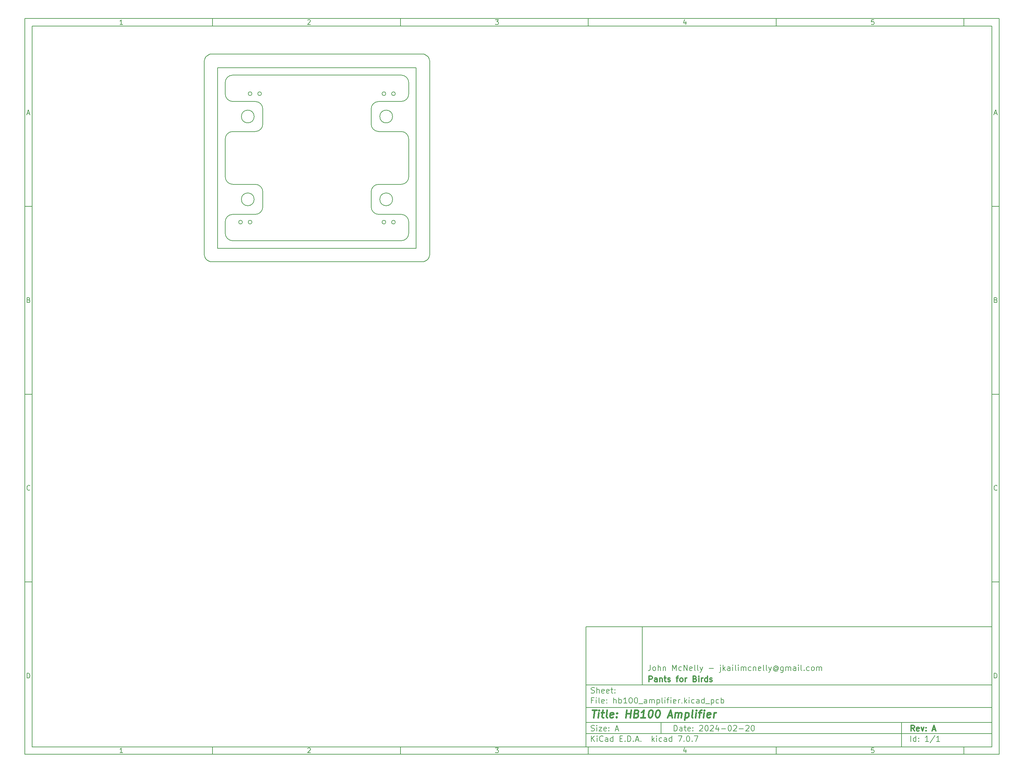
<source format=gbr>
%TF.GenerationSoftware,KiCad,Pcbnew,7.0.7*%
%TF.CreationDate,2024-02-20T22:27:51-08:00*%
%TF.ProjectId,hb100_amplifier,68623130-305f-4616-9d70-6c6966696572,A*%
%TF.SameCoordinates,PX42c1d80PY1c9c380*%
%TF.FileFunction,OtherDrawing,Comment*%
%FSLAX46Y46*%
G04 Gerber Fmt 4.6, Leading zero omitted, Abs format (unit mm)*
G04 Created by KiCad (PCBNEW 7.0.7) date 2024-02-20 22:27:51*
%MOMM*%
%LPD*%
G01*
G04 APERTURE LIST*
%ADD10C,0.100000*%
%ADD11C,0.150000*%
%ADD12C,0.300000*%
%ADD13C,0.400000*%
%ADD14C,0.200000*%
G04 APERTURE END LIST*
D10*
D11*
X89400000Y-141900000D02*
X197400000Y-141900000D01*
X197400000Y-173900000D01*
X89400000Y-173900000D01*
X89400000Y-141900000D01*
D10*
D11*
X-60000000Y20000000D02*
X199400000Y20000000D01*
X199400000Y-175900000D01*
X-60000000Y-175900000D01*
X-60000000Y20000000D01*
D10*
D11*
X-58000000Y18000000D02*
X197400000Y18000000D01*
X197400000Y-173900000D01*
X-58000000Y-173900000D01*
X-58000000Y18000000D01*
D10*
D11*
X-10000000Y18000000D02*
X-10000000Y20000000D01*
D10*
D11*
X40000000Y18000000D02*
X40000000Y20000000D01*
D10*
D11*
X90000000Y18000000D02*
X90000000Y20000000D01*
D10*
D11*
X140000000Y18000000D02*
X140000000Y20000000D01*
D10*
D11*
X190000000Y18000000D02*
X190000000Y20000000D01*
D10*
D11*
X-33910840Y18406396D02*
X-34653697Y18406396D01*
X-34282269Y18406396D02*
X-34282269Y19706396D01*
X-34282269Y19706396D02*
X-34406078Y19520681D01*
X-34406078Y19520681D02*
X-34529888Y19396872D01*
X-34529888Y19396872D02*
X-34653697Y19334967D01*
D10*
D11*
X15346303Y19582586D02*
X15408207Y19644491D01*
X15408207Y19644491D02*
X15532017Y19706396D01*
X15532017Y19706396D02*
X15841541Y19706396D01*
X15841541Y19706396D02*
X15965350Y19644491D01*
X15965350Y19644491D02*
X16027255Y19582586D01*
X16027255Y19582586D02*
X16089160Y19458777D01*
X16089160Y19458777D02*
X16089160Y19334967D01*
X16089160Y19334967D02*
X16027255Y19149253D01*
X16027255Y19149253D02*
X15284398Y18406396D01*
X15284398Y18406396D02*
X16089160Y18406396D01*
D10*
D11*
X65284398Y19706396D02*
X66089160Y19706396D01*
X66089160Y19706396D02*
X65655826Y19211158D01*
X65655826Y19211158D02*
X65841541Y19211158D01*
X65841541Y19211158D02*
X65965350Y19149253D01*
X65965350Y19149253D02*
X66027255Y19087348D01*
X66027255Y19087348D02*
X66089160Y18963539D01*
X66089160Y18963539D02*
X66089160Y18654015D01*
X66089160Y18654015D02*
X66027255Y18530205D01*
X66027255Y18530205D02*
X65965350Y18468300D01*
X65965350Y18468300D02*
X65841541Y18406396D01*
X65841541Y18406396D02*
X65470112Y18406396D01*
X65470112Y18406396D02*
X65346303Y18468300D01*
X65346303Y18468300D02*
X65284398Y18530205D01*
D10*
D11*
X115965350Y19273062D02*
X115965350Y18406396D01*
X115655826Y19768300D02*
X115346303Y18839729D01*
X115346303Y18839729D02*
X116151064Y18839729D01*
D10*
D11*
X166027255Y19706396D02*
X165408207Y19706396D01*
X165408207Y19706396D02*
X165346303Y19087348D01*
X165346303Y19087348D02*
X165408207Y19149253D01*
X165408207Y19149253D02*
X165532017Y19211158D01*
X165532017Y19211158D02*
X165841541Y19211158D01*
X165841541Y19211158D02*
X165965350Y19149253D01*
X165965350Y19149253D02*
X166027255Y19087348D01*
X166027255Y19087348D02*
X166089160Y18963539D01*
X166089160Y18963539D02*
X166089160Y18654015D01*
X166089160Y18654015D02*
X166027255Y18530205D01*
X166027255Y18530205D02*
X165965350Y18468300D01*
X165965350Y18468300D02*
X165841541Y18406396D01*
X165841541Y18406396D02*
X165532017Y18406396D01*
X165532017Y18406396D02*
X165408207Y18468300D01*
X165408207Y18468300D02*
X165346303Y18530205D01*
D10*
D11*
X-10000000Y-173900000D02*
X-10000000Y-175900000D01*
D10*
D11*
X40000000Y-173900000D02*
X40000000Y-175900000D01*
D10*
D11*
X90000000Y-173900000D02*
X90000000Y-175900000D01*
D10*
D11*
X140000000Y-173900000D02*
X140000000Y-175900000D01*
D10*
D11*
X190000000Y-173900000D02*
X190000000Y-175900000D01*
D10*
D11*
X-33910840Y-175493604D02*
X-34653697Y-175493604D01*
X-34282269Y-175493604D02*
X-34282269Y-174193604D01*
X-34282269Y-174193604D02*
X-34406078Y-174379319D01*
X-34406078Y-174379319D02*
X-34529888Y-174503128D01*
X-34529888Y-174503128D02*
X-34653697Y-174565033D01*
D10*
D11*
X15346303Y-174317414D02*
X15408207Y-174255509D01*
X15408207Y-174255509D02*
X15532017Y-174193604D01*
X15532017Y-174193604D02*
X15841541Y-174193604D01*
X15841541Y-174193604D02*
X15965350Y-174255509D01*
X15965350Y-174255509D02*
X16027255Y-174317414D01*
X16027255Y-174317414D02*
X16089160Y-174441223D01*
X16089160Y-174441223D02*
X16089160Y-174565033D01*
X16089160Y-174565033D02*
X16027255Y-174750747D01*
X16027255Y-174750747D02*
X15284398Y-175493604D01*
X15284398Y-175493604D02*
X16089160Y-175493604D01*
D10*
D11*
X65284398Y-174193604D02*
X66089160Y-174193604D01*
X66089160Y-174193604D02*
X65655826Y-174688842D01*
X65655826Y-174688842D02*
X65841541Y-174688842D01*
X65841541Y-174688842D02*
X65965350Y-174750747D01*
X65965350Y-174750747D02*
X66027255Y-174812652D01*
X66027255Y-174812652D02*
X66089160Y-174936461D01*
X66089160Y-174936461D02*
X66089160Y-175245985D01*
X66089160Y-175245985D02*
X66027255Y-175369795D01*
X66027255Y-175369795D02*
X65965350Y-175431700D01*
X65965350Y-175431700D02*
X65841541Y-175493604D01*
X65841541Y-175493604D02*
X65470112Y-175493604D01*
X65470112Y-175493604D02*
X65346303Y-175431700D01*
X65346303Y-175431700D02*
X65284398Y-175369795D01*
D10*
D11*
X115965350Y-174626938D02*
X115965350Y-175493604D01*
X115655826Y-174131700D02*
X115346303Y-175060271D01*
X115346303Y-175060271D02*
X116151064Y-175060271D01*
D10*
D11*
X166027255Y-174193604D02*
X165408207Y-174193604D01*
X165408207Y-174193604D02*
X165346303Y-174812652D01*
X165346303Y-174812652D02*
X165408207Y-174750747D01*
X165408207Y-174750747D02*
X165532017Y-174688842D01*
X165532017Y-174688842D02*
X165841541Y-174688842D01*
X165841541Y-174688842D02*
X165965350Y-174750747D01*
X165965350Y-174750747D02*
X166027255Y-174812652D01*
X166027255Y-174812652D02*
X166089160Y-174936461D01*
X166089160Y-174936461D02*
X166089160Y-175245985D01*
X166089160Y-175245985D02*
X166027255Y-175369795D01*
X166027255Y-175369795D02*
X165965350Y-175431700D01*
X165965350Y-175431700D02*
X165841541Y-175493604D01*
X165841541Y-175493604D02*
X165532017Y-175493604D01*
X165532017Y-175493604D02*
X165408207Y-175431700D01*
X165408207Y-175431700D02*
X165346303Y-175369795D01*
D10*
D11*
X-60000000Y-30000000D02*
X-58000000Y-30000000D01*
D10*
D11*
X-60000000Y-80000000D02*
X-58000000Y-80000000D01*
D10*
D11*
X-60000000Y-130000000D02*
X-58000000Y-130000000D01*
D10*
D11*
X-59309524Y-5222176D02*
X-58690477Y-5222176D01*
X-59433334Y-5593604D02*
X-59000001Y-4293604D01*
X-59000001Y-4293604D02*
X-58566667Y-5593604D01*
D10*
D11*
X-58907143Y-54912652D02*
X-58721429Y-54974557D01*
X-58721429Y-54974557D02*
X-58659524Y-55036461D01*
X-58659524Y-55036461D02*
X-58597620Y-55160271D01*
X-58597620Y-55160271D02*
X-58597620Y-55345985D01*
X-58597620Y-55345985D02*
X-58659524Y-55469795D01*
X-58659524Y-55469795D02*
X-58721429Y-55531700D01*
X-58721429Y-55531700D02*
X-58845239Y-55593604D01*
X-58845239Y-55593604D02*
X-59340477Y-55593604D01*
X-59340477Y-55593604D02*
X-59340477Y-54293604D01*
X-59340477Y-54293604D02*
X-58907143Y-54293604D01*
X-58907143Y-54293604D02*
X-58783334Y-54355509D01*
X-58783334Y-54355509D02*
X-58721429Y-54417414D01*
X-58721429Y-54417414D02*
X-58659524Y-54541223D01*
X-58659524Y-54541223D02*
X-58659524Y-54665033D01*
X-58659524Y-54665033D02*
X-58721429Y-54788842D01*
X-58721429Y-54788842D02*
X-58783334Y-54850747D01*
X-58783334Y-54850747D02*
X-58907143Y-54912652D01*
X-58907143Y-54912652D02*
X-59340477Y-54912652D01*
D10*
D11*
X-58597620Y-105469795D02*
X-58659524Y-105531700D01*
X-58659524Y-105531700D02*
X-58845239Y-105593604D01*
X-58845239Y-105593604D02*
X-58969048Y-105593604D01*
X-58969048Y-105593604D02*
X-59154762Y-105531700D01*
X-59154762Y-105531700D02*
X-59278572Y-105407890D01*
X-59278572Y-105407890D02*
X-59340477Y-105284080D01*
X-59340477Y-105284080D02*
X-59402381Y-105036461D01*
X-59402381Y-105036461D02*
X-59402381Y-104850747D01*
X-59402381Y-104850747D02*
X-59340477Y-104603128D01*
X-59340477Y-104603128D02*
X-59278572Y-104479319D01*
X-59278572Y-104479319D02*
X-59154762Y-104355509D01*
X-59154762Y-104355509D02*
X-58969048Y-104293604D01*
X-58969048Y-104293604D02*
X-58845239Y-104293604D01*
X-58845239Y-104293604D02*
X-58659524Y-104355509D01*
X-58659524Y-104355509D02*
X-58597620Y-104417414D01*
D10*
D11*
X-59340477Y-155593604D02*
X-59340477Y-154293604D01*
X-59340477Y-154293604D02*
X-59030953Y-154293604D01*
X-59030953Y-154293604D02*
X-58845239Y-154355509D01*
X-58845239Y-154355509D02*
X-58721429Y-154479319D01*
X-58721429Y-154479319D02*
X-58659524Y-154603128D01*
X-58659524Y-154603128D02*
X-58597620Y-154850747D01*
X-58597620Y-154850747D02*
X-58597620Y-155036461D01*
X-58597620Y-155036461D02*
X-58659524Y-155284080D01*
X-58659524Y-155284080D02*
X-58721429Y-155407890D01*
X-58721429Y-155407890D02*
X-58845239Y-155531700D01*
X-58845239Y-155531700D02*
X-59030953Y-155593604D01*
X-59030953Y-155593604D02*
X-59340477Y-155593604D01*
D10*
D11*
X199400000Y-30000000D02*
X197400000Y-30000000D01*
D10*
D11*
X199400000Y-80000000D02*
X197400000Y-80000000D01*
D10*
D11*
X199400000Y-130000000D02*
X197400000Y-130000000D01*
D10*
D11*
X198090476Y-5222176D02*
X198709523Y-5222176D01*
X197966666Y-5593604D02*
X198399999Y-4293604D01*
X198399999Y-4293604D02*
X198833333Y-5593604D01*
D10*
D11*
X198492857Y-54912652D02*
X198678571Y-54974557D01*
X198678571Y-54974557D02*
X198740476Y-55036461D01*
X198740476Y-55036461D02*
X198802380Y-55160271D01*
X198802380Y-55160271D02*
X198802380Y-55345985D01*
X198802380Y-55345985D02*
X198740476Y-55469795D01*
X198740476Y-55469795D02*
X198678571Y-55531700D01*
X198678571Y-55531700D02*
X198554761Y-55593604D01*
X198554761Y-55593604D02*
X198059523Y-55593604D01*
X198059523Y-55593604D02*
X198059523Y-54293604D01*
X198059523Y-54293604D02*
X198492857Y-54293604D01*
X198492857Y-54293604D02*
X198616666Y-54355509D01*
X198616666Y-54355509D02*
X198678571Y-54417414D01*
X198678571Y-54417414D02*
X198740476Y-54541223D01*
X198740476Y-54541223D02*
X198740476Y-54665033D01*
X198740476Y-54665033D02*
X198678571Y-54788842D01*
X198678571Y-54788842D02*
X198616666Y-54850747D01*
X198616666Y-54850747D02*
X198492857Y-54912652D01*
X198492857Y-54912652D02*
X198059523Y-54912652D01*
D10*
D11*
X198802380Y-105469795D02*
X198740476Y-105531700D01*
X198740476Y-105531700D02*
X198554761Y-105593604D01*
X198554761Y-105593604D02*
X198430952Y-105593604D01*
X198430952Y-105593604D02*
X198245238Y-105531700D01*
X198245238Y-105531700D02*
X198121428Y-105407890D01*
X198121428Y-105407890D02*
X198059523Y-105284080D01*
X198059523Y-105284080D02*
X197997619Y-105036461D01*
X197997619Y-105036461D02*
X197997619Y-104850747D01*
X197997619Y-104850747D02*
X198059523Y-104603128D01*
X198059523Y-104603128D02*
X198121428Y-104479319D01*
X198121428Y-104479319D02*
X198245238Y-104355509D01*
X198245238Y-104355509D02*
X198430952Y-104293604D01*
X198430952Y-104293604D02*
X198554761Y-104293604D01*
X198554761Y-104293604D02*
X198740476Y-104355509D01*
X198740476Y-104355509D02*
X198802380Y-104417414D01*
D10*
D11*
X198059523Y-155593604D02*
X198059523Y-154293604D01*
X198059523Y-154293604D02*
X198369047Y-154293604D01*
X198369047Y-154293604D02*
X198554761Y-154355509D01*
X198554761Y-154355509D02*
X198678571Y-154479319D01*
X198678571Y-154479319D02*
X198740476Y-154603128D01*
X198740476Y-154603128D02*
X198802380Y-154850747D01*
X198802380Y-154850747D02*
X198802380Y-155036461D01*
X198802380Y-155036461D02*
X198740476Y-155284080D01*
X198740476Y-155284080D02*
X198678571Y-155407890D01*
X198678571Y-155407890D02*
X198554761Y-155531700D01*
X198554761Y-155531700D02*
X198369047Y-155593604D01*
X198369047Y-155593604D02*
X198059523Y-155593604D01*
D10*
D11*
X112855826Y-169686128D02*
X112855826Y-168186128D01*
X112855826Y-168186128D02*
X113212969Y-168186128D01*
X113212969Y-168186128D02*
X113427255Y-168257557D01*
X113427255Y-168257557D02*
X113570112Y-168400414D01*
X113570112Y-168400414D02*
X113641541Y-168543271D01*
X113641541Y-168543271D02*
X113712969Y-168828985D01*
X113712969Y-168828985D02*
X113712969Y-169043271D01*
X113712969Y-169043271D02*
X113641541Y-169328985D01*
X113641541Y-169328985D02*
X113570112Y-169471842D01*
X113570112Y-169471842D02*
X113427255Y-169614700D01*
X113427255Y-169614700D02*
X113212969Y-169686128D01*
X113212969Y-169686128D02*
X112855826Y-169686128D01*
X114998684Y-169686128D02*
X114998684Y-168900414D01*
X114998684Y-168900414D02*
X114927255Y-168757557D01*
X114927255Y-168757557D02*
X114784398Y-168686128D01*
X114784398Y-168686128D02*
X114498684Y-168686128D01*
X114498684Y-168686128D02*
X114355826Y-168757557D01*
X114998684Y-169614700D02*
X114855826Y-169686128D01*
X114855826Y-169686128D02*
X114498684Y-169686128D01*
X114498684Y-169686128D02*
X114355826Y-169614700D01*
X114355826Y-169614700D02*
X114284398Y-169471842D01*
X114284398Y-169471842D02*
X114284398Y-169328985D01*
X114284398Y-169328985D02*
X114355826Y-169186128D01*
X114355826Y-169186128D02*
X114498684Y-169114700D01*
X114498684Y-169114700D02*
X114855826Y-169114700D01*
X114855826Y-169114700D02*
X114998684Y-169043271D01*
X115498684Y-168686128D02*
X116070112Y-168686128D01*
X115712969Y-168186128D02*
X115712969Y-169471842D01*
X115712969Y-169471842D02*
X115784398Y-169614700D01*
X115784398Y-169614700D02*
X115927255Y-169686128D01*
X115927255Y-169686128D02*
X116070112Y-169686128D01*
X117141541Y-169614700D02*
X116998684Y-169686128D01*
X116998684Y-169686128D02*
X116712970Y-169686128D01*
X116712970Y-169686128D02*
X116570112Y-169614700D01*
X116570112Y-169614700D02*
X116498684Y-169471842D01*
X116498684Y-169471842D02*
X116498684Y-168900414D01*
X116498684Y-168900414D02*
X116570112Y-168757557D01*
X116570112Y-168757557D02*
X116712970Y-168686128D01*
X116712970Y-168686128D02*
X116998684Y-168686128D01*
X116998684Y-168686128D02*
X117141541Y-168757557D01*
X117141541Y-168757557D02*
X117212970Y-168900414D01*
X117212970Y-168900414D02*
X117212970Y-169043271D01*
X117212970Y-169043271D02*
X116498684Y-169186128D01*
X117855826Y-169543271D02*
X117927255Y-169614700D01*
X117927255Y-169614700D02*
X117855826Y-169686128D01*
X117855826Y-169686128D02*
X117784398Y-169614700D01*
X117784398Y-169614700D02*
X117855826Y-169543271D01*
X117855826Y-169543271D02*
X117855826Y-169686128D01*
X117855826Y-168757557D02*
X117927255Y-168828985D01*
X117927255Y-168828985D02*
X117855826Y-168900414D01*
X117855826Y-168900414D02*
X117784398Y-168828985D01*
X117784398Y-168828985D02*
X117855826Y-168757557D01*
X117855826Y-168757557D02*
X117855826Y-168900414D01*
X119641541Y-168328985D02*
X119712969Y-168257557D01*
X119712969Y-168257557D02*
X119855827Y-168186128D01*
X119855827Y-168186128D02*
X120212969Y-168186128D01*
X120212969Y-168186128D02*
X120355827Y-168257557D01*
X120355827Y-168257557D02*
X120427255Y-168328985D01*
X120427255Y-168328985D02*
X120498684Y-168471842D01*
X120498684Y-168471842D02*
X120498684Y-168614700D01*
X120498684Y-168614700D02*
X120427255Y-168828985D01*
X120427255Y-168828985D02*
X119570112Y-169686128D01*
X119570112Y-169686128D02*
X120498684Y-169686128D01*
X121427255Y-168186128D02*
X121570112Y-168186128D01*
X121570112Y-168186128D02*
X121712969Y-168257557D01*
X121712969Y-168257557D02*
X121784398Y-168328985D01*
X121784398Y-168328985D02*
X121855826Y-168471842D01*
X121855826Y-168471842D02*
X121927255Y-168757557D01*
X121927255Y-168757557D02*
X121927255Y-169114700D01*
X121927255Y-169114700D02*
X121855826Y-169400414D01*
X121855826Y-169400414D02*
X121784398Y-169543271D01*
X121784398Y-169543271D02*
X121712969Y-169614700D01*
X121712969Y-169614700D02*
X121570112Y-169686128D01*
X121570112Y-169686128D02*
X121427255Y-169686128D01*
X121427255Y-169686128D02*
X121284398Y-169614700D01*
X121284398Y-169614700D02*
X121212969Y-169543271D01*
X121212969Y-169543271D02*
X121141540Y-169400414D01*
X121141540Y-169400414D02*
X121070112Y-169114700D01*
X121070112Y-169114700D02*
X121070112Y-168757557D01*
X121070112Y-168757557D02*
X121141540Y-168471842D01*
X121141540Y-168471842D02*
X121212969Y-168328985D01*
X121212969Y-168328985D02*
X121284398Y-168257557D01*
X121284398Y-168257557D02*
X121427255Y-168186128D01*
X122498683Y-168328985D02*
X122570111Y-168257557D01*
X122570111Y-168257557D02*
X122712969Y-168186128D01*
X122712969Y-168186128D02*
X123070111Y-168186128D01*
X123070111Y-168186128D02*
X123212969Y-168257557D01*
X123212969Y-168257557D02*
X123284397Y-168328985D01*
X123284397Y-168328985D02*
X123355826Y-168471842D01*
X123355826Y-168471842D02*
X123355826Y-168614700D01*
X123355826Y-168614700D02*
X123284397Y-168828985D01*
X123284397Y-168828985D02*
X122427254Y-169686128D01*
X122427254Y-169686128D02*
X123355826Y-169686128D01*
X124641540Y-168686128D02*
X124641540Y-169686128D01*
X124284397Y-168114700D02*
X123927254Y-169186128D01*
X123927254Y-169186128D02*
X124855825Y-169186128D01*
X125427253Y-169114700D02*
X126570111Y-169114700D01*
X127570111Y-168186128D02*
X127712968Y-168186128D01*
X127712968Y-168186128D02*
X127855825Y-168257557D01*
X127855825Y-168257557D02*
X127927254Y-168328985D01*
X127927254Y-168328985D02*
X127998682Y-168471842D01*
X127998682Y-168471842D02*
X128070111Y-168757557D01*
X128070111Y-168757557D02*
X128070111Y-169114700D01*
X128070111Y-169114700D02*
X127998682Y-169400414D01*
X127998682Y-169400414D02*
X127927254Y-169543271D01*
X127927254Y-169543271D02*
X127855825Y-169614700D01*
X127855825Y-169614700D02*
X127712968Y-169686128D01*
X127712968Y-169686128D02*
X127570111Y-169686128D01*
X127570111Y-169686128D02*
X127427254Y-169614700D01*
X127427254Y-169614700D02*
X127355825Y-169543271D01*
X127355825Y-169543271D02*
X127284396Y-169400414D01*
X127284396Y-169400414D02*
X127212968Y-169114700D01*
X127212968Y-169114700D02*
X127212968Y-168757557D01*
X127212968Y-168757557D02*
X127284396Y-168471842D01*
X127284396Y-168471842D02*
X127355825Y-168328985D01*
X127355825Y-168328985D02*
X127427254Y-168257557D01*
X127427254Y-168257557D02*
X127570111Y-168186128D01*
X128641539Y-168328985D02*
X128712967Y-168257557D01*
X128712967Y-168257557D02*
X128855825Y-168186128D01*
X128855825Y-168186128D02*
X129212967Y-168186128D01*
X129212967Y-168186128D02*
X129355825Y-168257557D01*
X129355825Y-168257557D02*
X129427253Y-168328985D01*
X129427253Y-168328985D02*
X129498682Y-168471842D01*
X129498682Y-168471842D02*
X129498682Y-168614700D01*
X129498682Y-168614700D02*
X129427253Y-168828985D01*
X129427253Y-168828985D02*
X128570110Y-169686128D01*
X128570110Y-169686128D02*
X129498682Y-169686128D01*
X130141538Y-169114700D02*
X131284396Y-169114700D01*
X131927253Y-168328985D02*
X131998681Y-168257557D01*
X131998681Y-168257557D02*
X132141539Y-168186128D01*
X132141539Y-168186128D02*
X132498681Y-168186128D01*
X132498681Y-168186128D02*
X132641539Y-168257557D01*
X132641539Y-168257557D02*
X132712967Y-168328985D01*
X132712967Y-168328985D02*
X132784396Y-168471842D01*
X132784396Y-168471842D02*
X132784396Y-168614700D01*
X132784396Y-168614700D02*
X132712967Y-168828985D01*
X132712967Y-168828985D02*
X131855824Y-169686128D01*
X131855824Y-169686128D02*
X132784396Y-169686128D01*
X133712967Y-168186128D02*
X133855824Y-168186128D01*
X133855824Y-168186128D02*
X133998681Y-168257557D01*
X133998681Y-168257557D02*
X134070110Y-168328985D01*
X134070110Y-168328985D02*
X134141538Y-168471842D01*
X134141538Y-168471842D02*
X134212967Y-168757557D01*
X134212967Y-168757557D02*
X134212967Y-169114700D01*
X134212967Y-169114700D02*
X134141538Y-169400414D01*
X134141538Y-169400414D02*
X134070110Y-169543271D01*
X134070110Y-169543271D02*
X133998681Y-169614700D01*
X133998681Y-169614700D02*
X133855824Y-169686128D01*
X133855824Y-169686128D02*
X133712967Y-169686128D01*
X133712967Y-169686128D02*
X133570110Y-169614700D01*
X133570110Y-169614700D02*
X133498681Y-169543271D01*
X133498681Y-169543271D02*
X133427252Y-169400414D01*
X133427252Y-169400414D02*
X133355824Y-169114700D01*
X133355824Y-169114700D02*
X133355824Y-168757557D01*
X133355824Y-168757557D02*
X133427252Y-168471842D01*
X133427252Y-168471842D02*
X133498681Y-168328985D01*
X133498681Y-168328985D02*
X133570110Y-168257557D01*
X133570110Y-168257557D02*
X133712967Y-168186128D01*
D10*
D11*
X89400000Y-170400000D02*
X197400000Y-170400000D01*
D10*
D11*
X90855826Y-172486128D02*
X90855826Y-170986128D01*
X91712969Y-172486128D02*
X91070112Y-171628985D01*
X91712969Y-170986128D02*
X90855826Y-171843271D01*
X92355826Y-172486128D02*
X92355826Y-171486128D01*
X92355826Y-170986128D02*
X92284398Y-171057557D01*
X92284398Y-171057557D02*
X92355826Y-171128985D01*
X92355826Y-171128985D02*
X92427255Y-171057557D01*
X92427255Y-171057557D02*
X92355826Y-170986128D01*
X92355826Y-170986128D02*
X92355826Y-171128985D01*
X93927255Y-172343271D02*
X93855827Y-172414700D01*
X93855827Y-172414700D02*
X93641541Y-172486128D01*
X93641541Y-172486128D02*
X93498684Y-172486128D01*
X93498684Y-172486128D02*
X93284398Y-172414700D01*
X93284398Y-172414700D02*
X93141541Y-172271842D01*
X93141541Y-172271842D02*
X93070112Y-172128985D01*
X93070112Y-172128985D02*
X92998684Y-171843271D01*
X92998684Y-171843271D02*
X92998684Y-171628985D01*
X92998684Y-171628985D02*
X93070112Y-171343271D01*
X93070112Y-171343271D02*
X93141541Y-171200414D01*
X93141541Y-171200414D02*
X93284398Y-171057557D01*
X93284398Y-171057557D02*
X93498684Y-170986128D01*
X93498684Y-170986128D02*
X93641541Y-170986128D01*
X93641541Y-170986128D02*
X93855827Y-171057557D01*
X93855827Y-171057557D02*
X93927255Y-171128985D01*
X95212970Y-172486128D02*
X95212970Y-171700414D01*
X95212970Y-171700414D02*
X95141541Y-171557557D01*
X95141541Y-171557557D02*
X94998684Y-171486128D01*
X94998684Y-171486128D02*
X94712970Y-171486128D01*
X94712970Y-171486128D02*
X94570112Y-171557557D01*
X95212970Y-172414700D02*
X95070112Y-172486128D01*
X95070112Y-172486128D02*
X94712970Y-172486128D01*
X94712970Y-172486128D02*
X94570112Y-172414700D01*
X94570112Y-172414700D02*
X94498684Y-172271842D01*
X94498684Y-172271842D02*
X94498684Y-172128985D01*
X94498684Y-172128985D02*
X94570112Y-171986128D01*
X94570112Y-171986128D02*
X94712970Y-171914700D01*
X94712970Y-171914700D02*
X95070112Y-171914700D01*
X95070112Y-171914700D02*
X95212970Y-171843271D01*
X96570113Y-172486128D02*
X96570113Y-170986128D01*
X96570113Y-172414700D02*
X96427255Y-172486128D01*
X96427255Y-172486128D02*
X96141541Y-172486128D01*
X96141541Y-172486128D02*
X95998684Y-172414700D01*
X95998684Y-172414700D02*
X95927255Y-172343271D01*
X95927255Y-172343271D02*
X95855827Y-172200414D01*
X95855827Y-172200414D02*
X95855827Y-171771842D01*
X95855827Y-171771842D02*
X95927255Y-171628985D01*
X95927255Y-171628985D02*
X95998684Y-171557557D01*
X95998684Y-171557557D02*
X96141541Y-171486128D01*
X96141541Y-171486128D02*
X96427255Y-171486128D01*
X96427255Y-171486128D02*
X96570113Y-171557557D01*
X98427255Y-171700414D02*
X98927255Y-171700414D01*
X99141541Y-172486128D02*
X98427255Y-172486128D01*
X98427255Y-172486128D02*
X98427255Y-170986128D01*
X98427255Y-170986128D02*
X99141541Y-170986128D01*
X99784398Y-172343271D02*
X99855827Y-172414700D01*
X99855827Y-172414700D02*
X99784398Y-172486128D01*
X99784398Y-172486128D02*
X99712970Y-172414700D01*
X99712970Y-172414700D02*
X99784398Y-172343271D01*
X99784398Y-172343271D02*
X99784398Y-172486128D01*
X100498684Y-172486128D02*
X100498684Y-170986128D01*
X100498684Y-170986128D02*
X100855827Y-170986128D01*
X100855827Y-170986128D02*
X101070113Y-171057557D01*
X101070113Y-171057557D02*
X101212970Y-171200414D01*
X101212970Y-171200414D02*
X101284399Y-171343271D01*
X101284399Y-171343271D02*
X101355827Y-171628985D01*
X101355827Y-171628985D02*
X101355827Y-171843271D01*
X101355827Y-171843271D02*
X101284399Y-172128985D01*
X101284399Y-172128985D02*
X101212970Y-172271842D01*
X101212970Y-172271842D02*
X101070113Y-172414700D01*
X101070113Y-172414700D02*
X100855827Y-172486128D01*
X100855827Y-172486128D02*
X100498684Y-172486128D01*
X101998684Y-172343271D02*
X102070113Y-172414700D01*
X102070113Y-172414700D02*
X101998684Y-172486128D01*
X101998684Y-172486128D02*
X101927256Y-172414700D01*
X101927256Y-172414700D02*
X101998684Y-172343271D01*
X101998684Y-172343271D02*
X101998684Y-172486128D01*
X102641542Y-172057557D02*
X103355828Y-172057557D01*
X102498685Y-172486128D02*
X102998685Y-170986128D01*
X102998685Y-170986128D02*
X103498685Y-172486128D01*
X103998684Y-172343271D02*
X104070113Y-172414700D01*
X104070113Y-172414700D02*
X103998684Y-172486128D01*
X103998684Y-172486128D02*
X103927256Y-172414700D01*
X103927256Y-172414700D02*
X103998684Y-172343271D01*
X103998684Y-172343271D02*
X103998684Y-172486128D01*
X106998684Y-172486128D02*
X106998684Y-170986128D01*
X107141542Y-171914700D02*
X107570113Y-172486128D01*
X107570113Y-171486128D02*
X106998684Y-172057557D01*
X108212970Y-172486128D02*
X108212970Y-171486128D01*
X108212970Y-170986128D02*
X108141542Y-171057557D01*
X108141542Y-171057557D02*
X108212970Y-171128985D01*
X108212970Y-171128985D02*
X108284399Y-171057557D01*
X108284399Y-171057557D02*
X108212970Y-170986128D01*
X108212970Y-170986128D02*
X108212970Y-171128985D01*
X109570114Y-172414700D02*
X109427256Y-172486128D01*
X109427256Y-172486128D02*
X109141542Y-172486128D01*
X109141542Y-172486128D02*
X108998685Y-172414700D01*
X108998685Y-172414700D02*
X108927256Y-172343271D01*
X108927256Y-172343271D02*
X108855828Y-172200414D01*
X108855828Y-172200414D02*
X108855828Y-171771842D01*
X108855828Y-171771842D02*
X108927256Y-171628985D01*
X108927256Y-171628985D02*
X108998685Y-171557557D01*
X108998685Y-171557557D02*
X109141542Y-171486128D01*
X109141542Y-171486128D02*
X109427256Y-171486128D01*
X109427256Y-171486128D02*
X109570114Y-171557557D01*
X110855828Y-172486128D02*
X110855828Y-171700414D01*
X110855828Y-171700414D02*
X110784399Y-171557557D01*
X110784399Y-171557557D02*
X110641542Y-171486128D01*
X110641542Y-171486128D02*
X110355828Y-171486128D01*
X110355828Y-171486128D02*
X110212970Y-171557557D01*
X110855828Y-172414700D02*
X110712970Y-172486128D01*
X110712970Y-172486128D02*
X110355828Y-172486128D01*
X110355828Y-172486128D02*
X110212970Y-172414700D01*
X110212970Y-172414700D02*
X110141542Y-172271842D01*
X110141542Y-172271842D02*
X110141542Y-172128985D01*
X110141542Y-172128985D02*
X110212970Y-171986128D01*
X110212970Y-171986128D02*
X110355828Y-171914700D01*
X110355828Y-171914700D02*
X110712970Y-171914700D01*
X110712970Y-171914700D02*
X110855828Y-171843271D01*
X112212971Y-172486128D02*
X112212971Y-170986128D01*
X112212971Y-172414700D02*
X112070113Y-172486128D01*
X112070113Y-172486128D02*
X111784399Y-172486128D01*
X111784399Y-172486128D02*
X111641542Y-172414700D01*
X111641542Y-172414700D02*
X111570113Y-172343271D01*
X111570113Y-172343271D02*
X111498685Y-172200414D01*
X111498685Y-172200414D02*
X111498685Y-171771842D01*
X111498685Y-171771842D02*
X111570113Y-171628985D01*
X111570113Y-171628985D02*
X111641542Y-171557557D01*
X111641542Y-171557557D02*
X111784399Y-171486128D01*
X111784399Y-171486128D02*
X112070113Y-171486128D01*
X112070113Y-171486128D02*
X112212971Y-171557557D01*
X113927256Y-170986128D02*
X114927256Y-170986128D01*
X114927256Y-170986128D02*
X114284399Y-172486128D01*
X115498684Y-172343271D02*
X115570113Y-172414700D01*
X115570113Y-172414700D02*
X115498684Y-172486128D01*
X115498684Y-172486128D02*
X115427256Y-172414700D01*
X115427256Y-172414700D02*
X115498684Y-172343271D01*
X115498684Y-172343271D02*
X115498684Y-172486128D01*
X116498685Y-170986128D02*
X116641542Y-170986128D01*
X116641542Y-170986128D02*
X116784399Y-171057557D01*
X116784399Y-171057557D02*
X116855828Y-171128985D01*
X116855828Y-171128985D02*
X116927256Y-171271842D01*
X116927256Y-171271842D02*
X116998685Y-171557557D01*
X116998685Y-171557557D02*
X116998685Y-171914700D01*
X116998685Y-171914700D02*
X116927256Y-172200414D01*
X116927256Y-172200414D02*
X116855828Y-172343271D01*
X116855828Y-172343271D02*
X116784399Y-172414700D01*
X116784399Y-172414700D02*
X116641542Y-172486128D01*
X116641542Y-172486128D02*
X116498685Y-172486128D01*
X116498685Y-172486128D02*
X116355828Y-172414700D01*
X116355828Y-172414700D02*
X116284399Y-172343271D01*
X116284399Y-172343271D02*
X116212970Y-172200414D01*
X116212970Y-172200414D02*
X116141542Y-171914700D01*
X116141542Y-171914700D02*
X116141542Y-171557557D01*
X116141542Y-171557557D02*
X116212970Y-171271842D01*
X116212970Y-171271842D02*
X116284399Y-171128985D01*
X116284399Y-171128985D02*
X116355828Y-171057557D01*
X116355828Y-171057557D02*
X116498685Y-170986128D01*
X117641541Y-172343271D02*
X117712970Y-172414700D01*
X117712970Y-172414700D02*
X117641541Y-172486128D01*
X117641541Y-172486128D02*
X117570113Y-172414700D01*
X117570113Y-172414700D02*
X117641541Y-172343271D01*
X117641541Y-172343271D02*
X117641541Y-172486128D01*
X118212970Y-170986128D02*
X119212970Y-170986128D01*
X119212970Y-170986128D02*
X118570113Y-172486128D01*
D10*
D11*
X89400000Y-167400000D02*
X197400000Y-167400000D01*
D10*
D12*
X176811653Y-169678328D02*
X176311653Y-168964042D01*
X175954510Y-169678328D02*
X175954510Y-168178328D01*
X175954510Y-168178328D02*
X176525939Y-168178328D01*
X176525939Y-168178328D02*
X176668796Y-168249757D01*
X176668796Y-168249757D02*
X176740225Y-168321185D01*
X176740225Y-168321185D02*
X176811653Y-168464042D01*
X176811653Y-168464042D02*
X176811653Y-168678328D01*
X176811653Y-168678328D02*
X176740225Y-168821185D01*
X176740225Y-168821185D02*
X176668796Y-168892614D01*
X176668796Y-168892614D02*
X176525939Y-168964042D01*
X176525939Y-168964042D02*
X175954510Y-168964042D01*
X178025939Y-169606900D02*
X177883082Y-169678328D01*
X177883082Y-169678328D02*
X177597368Y-169678328D01*
X177597368Y-169678328D02*
X177454510Y-169606900D01*
X177454510Y-169606900D02*
X177383082Y-169464042D01*
X177383082Y-169464042D02*
X177383082Y-168892614D01*
X177383082Y-168892614D02*
X177454510Y-168749757D01*
X177454510Y-168749757D02*
X177597368Y-168678328D01*
X177597368Y-168678328D02*
X177883082Y-168678328D01*
X177883082Y-168678328D02*
X178025939Y-168749757D01*
X178025939Y-168749757D02*
X178097368Y-168892614D01*
X178097368Y-168892614D02*
X178097368Y-169035471D01*
X178097368Y-169035471D02*
X177383082Y-169178328D01*
X178597367Y-168678328D02*
X178954510Y-169678328D01*
X178954510Y-169678328D02*
X179311653Y-168678328D01*
X179883081Y-169535471D02*
X179954510Y-169606900D01*
X179954510Y-169606900D02*
X179883081Y-169678328D01*
X179883081Y-169678328D02*
X179811653Y-169606900D01*
X179811653Y-169606900D02*
X179883081Y-169535471D01*
X179883081Y-169535471D02*
X179883081Y-169678328D01*
X179883081Y-168749757D02*
X179954510Y-168821185D01*
X179954510Y-168821185D02*
X179883081Y-168892614D01*
X179883081Y-168892614D02*
X179811653Y-168821185D01*
X179811653Y-168821185D02*
X179883081Y-168749757D01*
X179883081Y-168749757D02*
X179883081Y-168892614D01*
X181668796Y-169249757D02*
X182383082Y-169249757D01*
X181525939Y-169678328D02*
X182025939Y-168178328D01*
X182025939Y-168178328D02*
X182525939Y-169678328D01*
D10*
D11*
X90784398Y-169614700D02*
X90998684Y-169686128D01*
X90998684Y-169686128D02*
X91355826Y-169686128D01*
X91355826Y-169686128D02*
X91498684Y-169614700D01*
X91498684Y-169614700D02*
X91570112Y-169543271D01*
X91570112Y-169543271D02*
X91641541Y-169400414D01*
X91641541Y-169400414D02*
X91641541Y-169257557D01*
X91641541Y-169257557D02*
X91570112Y-169114700D01*
X91570112Y-169114700D02*
X91498684Y-169043271D01*
X91498684Y-169043271D02*
X91355826Y-168971842D01*
X91355826Y-168971842D02*
X91070112Y-168900414D01*
X91070112Y-168900414D02*
X90927255Y-168828985D01*
X90927255Y-168828985D02*
X90855826Y-168757557D01*
X90855826Y-168757557D02*
X90784398Y-168614700D01*
X90784398Y-168614700D02*
X90784398Y-168471842D01*
X90784398Y-168471842D02*
X90855826Y-168328985D01*
X90855826Y-168328985D02*
X90927255Y-168257557D01*
X90927255Y-168257557D02*
X91070112Y-168186128D01*
X91070112Y-168186128D02*
X91427255Y-168186128D01*
X91427255Y-168186128D02*
X91641541Y-168257557D01*
X92284397Y-169686128D02*
X92284397Y-168686128D01*
X92284397Y-168186128D02*
X92212969Y-168257557D01*
X92212969Y-168257557D02*
X92284397Y-168328985D01*
X92284397Y-168328985D02*
X92355826Y-168257557D01*
X92355826Y-168257557D02*
X92284397Y-168186128D01*
X92284397Y-168186128D02*
X92284397Y-168328985D01*
X92855826Y-168686128D02*
X93641541Y-168686128D01*
X93641541Y-168686128D02*
X92855826Y-169686128D01*
X92855826Y-169686128D02*
X93641541Y-169686128D01*
X94784398Y-169614700D02*
X94641541Y-169686128D01*
X94641541Y-169686128D02*
X94355827Y-169686128D01*
X94355827Y-169686128D02*
X94212969Y-169614700D01*
X94212969Y-169614700D02*
X94141541Y-169471842D01*
X94141541Y-169471842D02*
X94141541Y-168900414D01*
X94141541Y-168900414D02*
X94212969Y-168757557D01*
X94212969Y-168757557D02*
X94355827Y-168686128D01*
X94355827Y-168686128D02*
X94641541Y-168686128D01*
X94641541Y-168686128D02*
X94784398Y-168757557D01*
X94784398Y-168757557D02*
X94855827Y-168900414D01*
X94855827Y-168900414D02*
X94855827Y-169043271D01*
X94855827Y-169043271D02*
X94141541Y-169186128D01*
X95498683Y-169543271D02*
X95570112Y-169614700D01*
X95570112Y-169614700D02*
X95498683Y-169686128D01*
X95498683Y-169686128D02*
X95427255Y-169614700D01*
X95427255Y-169614700D02*
X95498683Y-169543271D01*
X95498683Y-169543271D02*
X95498683Y-169686128D01*
X95498683Y-168757557D02*
X95570112Y-168828985D01*
X95570112Y-168828985D02*
X95498683Y-168900414D01*
X95498683Y-168900414D02*
X95427255Y-168828985D01*
X95427255Y-168828985D02*
X95498683Y-168757557D01*
X95498683Y-168757557D02*
X95498683Y-168900414D01*
X97284398Y-169257557D02*
X97998684Y-169257557D01*
X97141541Y-169686128D02*
X97641541Y-168186128D01*
X97641541Y-168186128D02*
X98141541Y-169686128D01*
D10*
D11*
X175855826Y-172486128D02*
X175855826Y-170986128D01*
X177212970Y-172486128D02*
X177212970Y-170986128D01*
X177212970Y-172414700D02*
X177070112Y-172486128D01*
X177070112Y-172486128D02*
X176784398Y-172486128D01*
X176784398Y-172486128D02*
X176641541Y-172414700D01*
X176641541Y-172414700D02*
X176570112Y-172343271D01*
X176570112Y-172343271D02*
X176498684Y-172200414D01*
X176498684Y-172200414D02*
X176498684Y-171771842D01*
X176498684Y-171771842D02*
X176570112Y-171628985D01*
X176570112Y-171628985D02*
X176641541Y-171557557D01*
X176641541Y-171557557D02*
X176784398Y-171486128D01*
X176784398Y-171486128D02*
X177070112Y-171486128D01*
X177070112Y-171486128D02*
X177212970Y-171557557D01*
X177927255Y-172343271D02*
X177998684Y-172414700D01*
X177998684Y-172414700D02*
X177927255Y-172486128D01*
X177927255Y-172486128D02*
X177855827Y-172414700D01*
X177855827Y-172414700D02*
X177927255Y-172343271D01*
X177927255Y-172343271D02*
X177927255Y-172486128D01*
X177927255Y-171557557D02*
X177998684Y-171628985D01*
X177998684Y-171628985D02*
X177927255Y-171700414D01*
X177927255Y-171700414D02*
X177855827Y-171628985D01*
X177855827Y-171628985D02*
X177927255Y-171557557D01*
X177927255Y-171557557D02*
X177927255Y-171700414D01*
X180570113Y-172486128D02*
X179712970Y-172486128D01*
X180141541Y-172486128D02*
X180141541Y-170986128D01*
X180141541Y-170986128D02*
X179998684Y-171200414D01*
X179998684Y-171200414D02*
X179855827Y-171343271D01*
X179855827Y-171343271D02*
X179712970Y-171414700D01*
X182284398Y-170914700D02*
X180998684Y-172843271D01*
X183570113Y-172486128D02*
X182712970Y-172486128D01*
X183141541Y-172486128D02*
X183141541Y-170986128D01*
X183141541Y-170986128D02*
X182998684Y-171200414D01*
X182998684Y-171200414D02*
X182855827Y-171343271D01*
X182855827Y-171343271D02*
X182712970Y-171414700D01*
D10*
D11*
X89400000Y-163400000D02*
X197400000Y-163400000D01*
D10*
D13*
X91091728Y-164104438D02*
X92234585Y-164104438D01*
X91413157Y-166104438D02*
X91663157Y-164104438D01*
X92651252Y-166104438D02*
X92817919Y-164771104D01*
X92901252Y-164104438D02*
X92794109Y-164199676D01*
X92794109Y-164199676D02*
X92877443Y-164294914D01*
X92877443Y-164294914D02*
X92984586Y-164199676D01*
X92984586Y-164199676D02*
X92901252Y-164104438D01*
X92901252Y-164104438D02*
X92877443Y-164294914D01*
X93484586Y-164771104D02*
X94246490Y-164771104D01*
X93853633Y-164104438D02*
X93639348Y-165818723D01*
X93639348Y-165818723D02*
X93710776Y-166009200D01*
X93710776Y-166009200D02*
X93889348Y-166104438D01*
X93889348Y-166104438D02*
X94079824Y-166104438D01*
X95032205Y-166104438D02*
X94853633Y-166009200D01*
X94853633Y-166009200D02*
X94782205Y-165818723D01*
X94782205Y-165818723D02*
X94996490Y-164104438D01*
X96567919Y-166009200D02*
X96365538Y-166104438D01*
X96365538Y-166104438D02*
X95984585Y-166104438D01*
X95984585Y-166104438D02*
X95806014Y-166009200D01*
X95806014Y-166009200D02*
X95734585Y-165818723D01*
X95734585Y-165818723D02*
X95829824Y-165056819D01*
X95829824Y-165056819D02*
X95948871Y-164866342D01*
X95948871Y-164866342D02*
X96151252Y-164771104D01*
X96151252Y-164771104D02*
X96532204Y-164771104D01*
X96532204Y-164771104D02*
X96710776Y-164866342D01*
X96710776Y-164866342D02*
X96782204Y-165056819D01*
X96782204Y-165056819D02*
X96758395Y-165247295D01*
X96758395Y-165247295D02*
X95782204Y-165437771D01*
X97532205Y-165913961D02*
X97615538Y-166009200D01*
X97615538Y-166009200D02*
X97508395Y-166104438D01*
X97508395Y-166104438D02*
X97425062Y-166009200D01*
X97425062Y-166009200D02*
X97532205Y-165913961D01*
X97532205Y-165913961D02*
X97508395Y-166104438D01*
X97663157Y-164866342D02*
X97746490Y-164961580D01*
X97746490Y-164961580D02*
X97639348Y-165056819D01*
X97639348Y-165056819D02*
X97556014Y-164961580D01*
X97556014Y-164961580D02*
X97663157Y-164866342D01*
X97663157Y-164866342D02*
X97639348Y-165056819D01*
X99984586Y-166104438D02*
X100234586Y-164104438D01*
X100115539Y-165056819D02*
X101258396Y-165056819D01*
X101127443Y-166104438D02*
X101377443Y-164104438D01*
X102877443Y-165056819D02*
X103151253Y-165152057D01*
X103151253Y-165152057D02*
X103234586Y-165247295D01*
X103234586Y-165247295D02*
X103306015Y-165437771D01*
X103306015Y-165437771D02*
X103270300Y-165723485D01*
X103270300Y-165723485D02*
X103151253Y-165913961D01*
X103151253Y-165913961D02*
X103044110Y-166009200D01*
X103044110Y-166009200D02*
X102841729Y-166104438D01*
X102841729Y-166104438D02*
X102079824Y-166104438D01*
X102079824Y-166104438D02*
X102329824Y-164104438D01*
X102329824Y-164104438D02*
X102996491Y-164104438D01*
X102996491Y-164104438D02*
X103175062Y-164199676D01*
X103175062Y-164199676D02*
X103258396Y-164294914D01*
X103258396Y-164294914D02*
X103329824Y-164485390D01*
X103329824Y-164485390D02*
X103306015Y-164675866D01*
X103306015Y-164675866D02*
X103186967Y-164866342D01*
X103186967Y-164866342D02*
X103079824Y-164961580D01*
X103079824Y-164961580D02*
X102877443Y-165056819D01*
X102877443Y-165056819D02*
X102210777Y-165056819D01*
X105127443Y-166104438D02*
X103984586Y-166104438D01*
X104556015Y-166104438D02*
X104806015Y-164104438D01*
X104806015Y-164104438D02*
X104579824Y-164390152D01*
X104579824Y-164390152D02*
X104365539Y-164580628D01*
X104365539Y-164580628D02*
X104163158Y-164675866D01*
X106615539Y-164104438D02*
X106806015Y-164104438D01*
X106806015Y-164104438D02*
X106984586Y-164199676D01*
X106984586Y-164199676D02*
X107067920Y-164294914D01*
X107067920Y-164294914D02*
X107139348Y-164485390D01*
X107139348Y-164485390D02*
X107186967Y-164866342D01*
X107186967Y-164866342D02*
X107127443Y-165342533D01*
X107127443Y-165342533D02*
X106984586Y-165723485D01*
X106984586Y-165723485D02*
X106865539Y-165913961D01*
X106865539Y-165913961D02*
X106758396Y-166009200D01*
X106758396Y-166009200D02*
X106556015Y-166104438D01*
X106556015Y-166104438D02*
X106365539Y-166104438D01*
X106365539Y-166104438D02*
X106186967Y-166009200D01*
X106186967Y-166009200D02*
X106103634Y-165913961D01*
X106103634Y-165913961D02*
X106032205Y-165723485D01*
X106032205Y-165723485D02*
X105984586Y-165342533D01*
X105984586Y-165342533D02*
X106044110Y-164866342D01*
X106044110Y-164866342D02*
X106186967Y-164485390D01*
X106186967Y-164485390D02*
X106306015Y-164294914D01*
X106306015Y-164294914D02*
X106413158Y-164199676D01*
X106413158Y-164199676D02*
X106615539Y-164104438D01*
X108520301Y-164104438D02*
X108710777Y-164104438D01*
X108710777Y-164104438D02*
X108889348Y-164199676D01*
X108889348Y-164199676D02*
X108972682Y-164294914D01*
X108972682Y-164294914D02*
X109044110Y-164485390D01*
X109044110Y-164485390D02*
X109091729Y-164866342D01*
X109091729Y-164866342D02*
X109032205Y-165342533D01*
X109032205Y-165342533D02*
X108889348Y-165723485D01*
X108889348Y-165723485D02*
X108770301Y-165913961D01*
X108770301Y-165913961D02*
X108663158Y-166009200D01*
X108663158Y-166009200D02*
X108460777Y-166104438D01*
X108460777Y-166104438D02*
X108270301Y-166104438D01*
X108270301Y-166104438D02*
X108091729Y-166009200D01*
X108091729Y-166009200D02*
X108008396Y-165913961D01*
X108008396Y-165913961D02*
X107936967Y-165723485D01*
X107936967Y-165723485D02*
X107889348Y-165342533D01*
X107889348Y-165342533D02*
X107948872Y-164866342D01*
X107948872Y-164866342D02*
X108091729Y-164485390D01*
X108091729Y-164485390D02*
X108210777Y-164294914D01*
X108210777Y-164294914D02*
X108317920Y-164199676D01*
X108317920Y-164199676D02*
X108520301Y-164104438D01*
X111294111Y-165533009D02*
X112246492Y-165533009D01*
X111032206Y-166104438D02*
X111948873Y-164104438D01*
X111948873Y-164104438D02*
X112365539Y-166104438D01*
X113032206Y-166104438D02*
X113198873Y-164771104D01*
X113175063Y-164961580D02*
X113282206Y-164866342D01*
X113282206Y-164866342D02*
X113484587Y-164771104D01*
X113484587Y-164771104D02*
X113770301Y-164771104D01*
X113770301Y-164771104D02*
X113948873Y-164866342D01*
X113948873Y-164866342D02*
X114020301Y-165056819D01*
X114020301Y-165056819D02*
X113889349Y-166104438D01*
X114020301Y-165056819D02*
X114139349Y-164866342D01*
X114139349Y-164866342D02*
X114341730Y-164771104D01*
X114341730Y-164771104D02*
X114627444Y-164771104D01*
X114627444Y-164771104D02*
X114806016Y-164866342D01*
X114806016Y-164866342D02*
X114877444Y-165056819D01*
X114877444Y-165056819D02*
X114746492Y-166104438D01*
X115865540Y-164771104D02*
X115615540Y-166771104D01*
X115853635Y-164866342D02*
X116056016Y-164771104D01*
X116056016Y-164771104D02*
X116436968Y-164771104D01*
X116436968Y-164771104D02*
X116615540Y-164866342D01*
X116615540Y-164866342D02*
X116698873Y-164961580D01*
X116698873Y-164961580D02*
X116770302Y-165152057D01*
X116770302Y-165152057D02*
X116698873Y-165723485D01*
X116698873Y-165723485D02*
X116579826Y-165913961D01*
X116579826Y-165913961D02*
X116472683Y-166009200D01*
X116472683Y-166009200D02*
X116270302Y-166104438D01*
X116270302Y-166104438D02*
X115889349Y-166104438D01*
X115889349Y-166104438D02*
X115710778Y-166009200D01*
X117794112Y-166104438D02*
X117615540Y-166009200D01*
X117615540Y-166009200D02*
X117544112Y-165818723D01*
X117544112Y-165818723D02*
X117758397Y-164104438D01*
X118556016Y-166104438D02*
X118722683Y-164771104D01*
X118806016Y-164104438D02*
X118698873Y-164199676D01*
X118698873Y-164199676D02*
X118782207Y-164294914D01*
X118782207Y-164294914D02*
X118889350Y-164199676D01*
X118889350Y-164199676D02*
X118806016Y-164104438D01*
X118806016Y-164104438D02*
X118782207Y-164294914D01*
X119389350Y-164771104D02*
X120151254Y-164771104D01*
X119508397Y-166104438D02*
X119722683Y-164390152D01*
X119722683Y-164390152D02*
X119841731Y-164199676D01*
X119841731Y-164199676D02*
X120044112Y-164104438D01*
X120044112Y-164104438D02*
X120234588Y-164104438D01*
X120651254Y-166104438D02*
X120817921Y-164771104D01*
X120901254Y-164104438D02*
X120794111Y-164199676D01*
X120794111Y-164199676D02*
X120877445Y-164294914D01*
X120877445Y-164294914D02*
X120984588Y-164199676D01*
X120984588Y-164199676D02*
X120901254Y-164104438D01*
X120901254Y-164104438D02*
X120877445Y-164294914D01*
X122377445Y-166009200D02*
X122175064Y-166104438D01*
X122175064Y-166104438D02*
X121794111Y-166104438D01*
X121794111Y-166104438D02*
X121615540Y-166009200D01*
X121615540Y-166009200D02*
X121544111Y-165818723D01*
X121544111Y-165818723D02*
X121639350Y-165056819D01*
X121639350Y-165056819D02*
X121758397Y-164866342D01*
X121758397Y-164866342D02*
X121960778Y-164771104D01*
X121960778Y-164771104D02*
X122341730Y-164771104D01*
X122341730Y-164771104D02*
X122520302Y-164866342D01*
X122520302Y-164866342D02*
X122591730Y-165056819D01*
X122591730Y-165056819D02*
X122567921Y-165247295D01*
X122567921Y-165247295D02*
X121591730Y-165437771D01*
X123317921Y-166104438D02*
X123484588Y-164771104D01*
X123436969Y-165152057D02*
X123556016Y-164961580D01*
X123556016Y-164961580D02*
X123663159Y-164866342D01*
X123663159Y-164866342D02*
X123865540Y-164771104D01*
X123865540Y-164771104D02*
X124056016Y-164771104D01*
D10*
D11*
X91355826Y-161500414D02*
X90855826Y-161500414D01*
X90855826Y-162286128D02*
X90855826Y-160786128D01*
X90855826Y-160786128D02*
X91570112Y-160786128D01*
X92141540Y-162286128D02*
X92141540Y-161286128D01*
X92141540Y-160786128D02*
X92070112Y-160857557D01*
X92070112Y-160857557D02*
X92141540Y-160928985D01*
X92141540Y-160928985D02*
X92212969Y-160857557D01*
X92212969Y-160857557D02*
X92141540Y-160786128D01*
X92141540Y-160786128D02*
X92141540Y-160928985D01*
X93070112Y-162286128D02*
X92927255Y-162214700D01*
X92927255Y-162214700D02*
X92855826Y-162071842D01*
X92855826Y-162071842D02*
X92855826Y-160786128D01*
X94212969Y-162214700D02*
X94070112Y-162286128D01*
X94070112Y-162286128D02*
X93784398Y-162286128D01*
X93784398Y-162286128D02*
X93641540Y-162214700D01*
X93641540Y-162214700D02*
X93570112Y-162071842D01*
X93570112Y-162071842D02*
X93570112Y-161500414D01*
X93570112Y-161500414D02*
X93641540Y-161357557D01*
X93641540Y-161357557D02*
X93784398Y-161286128D01*
X93784398Y-161286128D02*
X94070112Y-161286128D01*
X94070112Y-161286128D02*
X94212969Y-161357557D01*
X94212969Y-161357557D02*
X94284398Y-161500414D01*
X94284398Y-161500414D02*
X94284398Y-161643271D01*
X94284398Y-161643271D02*
X93570112Y-161786128D01*
X94927254Y-162143271D02*
X94998683Y-162214700D01*
X94998683Y-162214700D02*
X94927254Y-162286128D01*
X94927254Y-162286128D02*
X94855826Y-162214700D01*
X94855826Y-162214700D02*
X94927254Y-162143271D01*
X94927254Y-162143271D02*
X94927254Y-162286128D01*
X94927254Y-161357557D02*
X94998683Y-161428985D01*
X94998683Y-161428985D02*
X94927254Y-161500414D01*
X94927254Y-161500414D02*
X94855826Y-161428985D01*
X94855826Y-161428985D02*
X94927254Y-161357557D01*
X94927254Y-161357557D02*
X94927254Y-161500414D01*
X96784397Y-162286128D02*
X96784397Y-160786128D01*
X97427255Y-162286128D02*
X97427255Y-161500414D01*
X97427255Y-161500414D02*
X97355826Y-161357557D01*
X97355826Y-161357557D02*
X97212969Y-161286128D01*
X97212969Y-161286128D02*
X96998683Y-161286128D01*
X96998683Y-161286128D02*
X96855826Y-161357557D01*
X96855826Y-161357557D02*
X96784397Y-161428985D01*
X98141540Y-162286128D02*
X98141540Y-160786128D01*
X98141540Y-161357557D02*
X98284398Y-161286128D01*
X98284398Y-161286128D02*
X98570112Y-161286128D01*
X98570112Y-161286128D02*
X98712969Y-161357557D01*
X98712969Y-161357557D02*
X98784398Y-161428985D01*
X98784398Y-161428985D02*
X98855826Y-161571842D01*
X98855826Y-161571842D02*
X98855826Y-162000414D01*
X98855826Y-162000414D02*
X98784398Y-162143271D01*
X98784398Y-162143271D02*
X98712969Y-162214700D01*
X98712969Y-162214700D02*
X98570112Y-162286128D01*
X98570112Y-162286128D02*
X98284398Y-162286128D01*
X98284398Y-162286128D02*
X98141540Y-162214700D01*
X100284398Y-162286128D02*
X99427255Y-162286128D01*
X99855826Y-162286128D02*
X99855826Y-160786128D01*
X99855826Y-160786128D02*
X99712969Y-161000414D01*
X99712969Y-161000414D02*
X99570112Y-161143271D01*
X99570112Y-161143271D02*
X99427255Y-161214700D01*
X101212969Y-160786128D02*
X101355826Y-160786128D01*
X101355826Y-160786128D02*
X101498683Y-160857557D01*
X101498683Y-160857557D02*
X101570112Y-160928985D01*
X101570112Y-160928985D02*
X101641540Y-161071842D01*
X101641540Y-161071842D02*
X101712969Y-161357557D01*
X101712969Y-161357557D02*
X101712969Y-161714700D01*
X101712969Y-161714700D02*
X101641540Y-162000414D01*
X101641540Y-162000414D02*
X101570112Y-162143271D01*
X101570112Y-162143271D02*
X101498683Y-162214700D01*
X101498683Y-162214700D02*
X101355826Y-162286128D01*
X101355826Y-162286128D02*
X101212969Y-162286128D01*
X101212969Y-162286128D02*
X101070112Y-162214700D01*
X101070112Y-162214700D02*
X100998683Y-162143271D01*
X100998683Y-162143271D02*
X100927254Y-162000414D01*
X100927254Y-162000414D02*
X100855826Y-161714700D01*
X100855826Y-161714700D02*
X100855826Y-161357557D01*
X100855826Y-161357557D02*
X100927254Y-161071842D01*
X100927254Y-161071842D02*
X100998683Y-160928985D01*
X100998683Y-160928985D02*
X101070112Y-160857557D01*
X101070112Y-160857557D02*
X101212969Y-160786128D01*
X102641540Y-160786128D02*
X102784397Y-160786128D01*
X102784397Y-160786128D02*
X102927254Y-160857557D01*
X102927254Y-160857557D02*
X102998683Y-160928985D01*
X102998683Y-160928985D02*
X103070111Y-161071842D01*
X103070111Y-161071842D02*
X103141540Y-161357557D01*
X103141540Y-161357557D02*
X103141540Y-161714700D01*
X103141540Y-161714700D02*
X103070111Y-162000414D01*
X103070111Y-162000414D02*
X102998683Y-162143271D01*
X102998683Y-162143271D02*
X102927254Y-162214700D01*
X102927254Y-162214700D02*
X102784397Y-162286128D01*
X102784397Y-162286128D02*
X102641540Y-162286128D01*
X102641540Y-162286128D02*
X102498683Y-162214700D01*
X102498683Y-162214700D02*
X102427254Y-162143271D01*
X102427254Y-162143271D02*
X102355825Y-162000414D01*
X102355825Y-162000414D02*
X102284397Y-161714700D01*
X102284397Y-161714700D02*
X102284397Y-161357557D01*
X102284397Y-161357557D02*
X102355825Y-161071842D01*
X102355825Y-161071842D02*
X102427254Y-160928985D01*
X102427254Y-160928985D02*
X102498683Y-160857557D01*
X102498683Y-160857557D02*
X102641540Y-160786128D01*
X103427254Y-162428985D02*
X104570111Y-162428985D01*
X105570111Y-162286128D02*
X105570111Y-161500414D01*
X105570111Y-161500414D02*
X105498682Y-161357557D01*
X105498682Y-161357557D02*
X105355825Y-161286128D01*
X105355825Y-161286128D02*
X105070111Y-161286128D01*
X105070111Y-161286128D02*
X104927253Y-161357557D01*
X105570111Y-162214700D02*
X105427253Y-162286128D01*
X105427253Y-162286128D02*
X105070111Y-162286128D01*
X105070111Y-162286128D02*
X104927253Y-162214700D01*
X104927253Y-162214700D02*
X104855825Y-162071842D01*
X104855825Y-162071842D02*
X104855825Y-161928985D01*
X104855825Y-161928985D02*
X104927253Y-161786128D01*
X104927253Y-161786128D02*
X105070111Y-161714700D01*
X105070111Y-161714700D02*
X105427253Y-161714700D01*
X105427253Y-161714700D02*
X105570111Y-161643271D01*
X106284396Y-162286128D02*
X106284396Y-161286128D01*
X106284396Y-161428985D02*
X106355825Y-161357557D01*
X106355825Y-161357557D02*
X106498682Y-161286128D01*
X106498682Y-161286128D02*
X106712968Y-161286128D01*
X106712968Y-161286128D02*
X106855825Y-161357557D01*
X106855825Y-161357557D02*
X106927254Y-161500414D01*
X106927254Y-161500414D02*
X106927254Y-162286128D01*
X106927254Y-161500414D02*
X106998682Y-161357557D01*
X106998682Y-161357557D02*
X107141539Y-161286128D01*
X107141539Y-161286128D02*
X107355825Y-161286128D01*
X107355825Y-161286128D02*
X107498682Y-161357557D01*
X107498682Y-161357557D02*
X107570111Y-161500414D01*
X107570111Y-161500414D02*
X107570111Y-162286128D01*
X108284396Y-161286128D02*
X108284396Y-162786128D01*
X108284396Y-161357557D02*
X108427254Y-161286128D01*
X108427254Y-161286128D02*
X108712968Y-161286128D01*
X108712968Y-161286128D02*
X108855825Y-161357557D01*
X108855825Y-161357557D02*
X108927254Y-161428985D01*
X108927254Y-161428985D02*
X108998682Y-161571842D01*
X108998682Y-161571842D02*
X108998682Y-162000414D01*
X108998682Y-162000414D02*
X108927254Y-162143271D01*
X108927254Y-162143271D02*
X108855825Y-162214700D01*
X108855825Y-162214700D02*
X108712968Y-162286128D01*
X108712968Y-162286128D02*
X108427254Y-162286128D01*
X108427254Y-162286128D02*
X108284396Y-162214700D01*
X109855825Y-162286128D02*
X109712968Y-162214700D01*
X109712968Y-162214700D02*
X109641539Y-162071842D01*
X109641539Y-162071842D02*
X109641539Y-160786128D01*
X110427253Y-162286128D02*
X110427253Y-161286128D01*
X110427253Y-160786128D02*
X110355825Y-160857557D01*
X110355825Y-160857557D02*
X110427253Y-160928985D01*
X110427253Y-160928985D02*
X110498682Y-160857557D01*
X110498682Y-160857557D02*
X110427253Y-160786128D01*
X110427253Y-160786128D02*
X110427253Y-160928985D01*
X110927254Y-161286128D02*
X111498682Y-161286128D01*
X111141539Y-162286128D02*
X111141539Y-161000414D01*
X111141539Y-161000414D02*
X111212968Y-160857557D01*
X111212968Y-160857557D02*
X111355825Y-160786128D01*
X111355825Y-160786128D02*
X111498682Y-160786128D01*
X111998682Y-162286128D02*
X111998682Y-161286128D01*
X111998682Y-160786128D02*
X111927254Y-160857557D01*
X111927254Y-160857557D02*
X111998682Y-160928985D01*
X111998682Y-160928985D02*
X112070111Y-160857557D01*
X112070111Y-160857557D02*
X111998682Y-160786128D01*
X111998682Y-160786128D02*
X111998682Y-160928985D01*
X113284397Y-162214700D02*
X113141540Y-162286128D01*
X113141540Y-162286128D02*
X112855826Y-162286128D01*
X112855826Y-162286128D02*
X112712968Y-162214700D01*
X112712968Y-162214700D02*
X112641540Y-162071842D01*
X112641540Y-162071842D02*
X112641540Y-161500414D01*
X112641540Y-161500414D02*
X112712968Y-161357557D01*
X112712968Y-161357557D02*
X112855826Y-161286128D01*
X112855826Y-161286128D02*
X113141540Y-161286128D01*
X113141540Y-161286128D02*
X113284397Y-161357557D01*
X113284397Y-161357557D02*
X113355826Y-161500414D01*
X113355826Y-161500414D02*
X113355826Y-161643271D01*
X113355826Y-161643271D02*
X112641540Y-161786128D01*
X113998682Y-162286128D02*
X113998682Y-161286128D01*
X113998682Y-161571842D02*
X114070111Y-161428985D01*
X114070111Y-161428985D02*
X114141540Y-161357557D01*
X114141540Y-161357557D02*
X114284397Y-161286128D01*
X114284397Y-161286128D02*
X114427254Y-161286128D01*
X114927253Y-162143271D02*
X114998682Y-162214700D01*
X114998682Y-162214700D02*
X114927253Y-162286128D01*
X114927253Y-162286128D02*
X114855825Y-162214700D01*
X114855825Y-162214700D02*
X114927253Y-162143271D01*
X114927253Y-162143271D02*
X114927253Y-162286128D01*
X115641539Y-162286128D02*
X115641539Y-160786128D01*
X115784397Y-161714700D02*
X116212968Y-162286128D01*
X116212968Y-161286128D02*
X115641539Y-161857557D01*
X116855825Y-162286128D02*
X116855825Y-161286128D01*
X116855825Y-160786128D02*
X116784397Y-160857557D01*
X116784397Y-160857557D02*
X116855825Y-160928985D01*
X116855825Y-160928985D02*
X116927254Y-160857557D01*
X116927254Y-160857557D02*
X116855825Y-160786128D01*
X116855825Y-160786128D02*
X116855825Y-160928985D01*
X118212969Y-162214700D02*
X118070111Y-162286128D01*
X118070111Y-162286128D02*
X117784397Y-162286128D01*
X117784397Y-162286128D02*
X117641540Y-162214700D01*
X117641540Y-162214700D02*
X117570111Y-162143271D01*
X117570111Y-162143271D02*
X117498683Y-162000414D01*
X117498683Y-162000414D02*
X117498683Y-161571842D01*
X117498683Y-161571842D02*
X117570111Y-161428985D01*
X117570111Y-161428985D02*
X117641540Y-161357557D01*
X117641540Y-161357557D02*
X117784397Y-161286128D01*
X117784397Y-161286128D02*
X118070111Y-161286128D01*
X118070111Y-161286128D02*
X118212969Y-161357557D01*
X119498683Y-162286128D02*
X119498683Y-161500414D01*
X119498683Y-161500414D02*
X119427254Y-161357557D01*
X119427254Y-161357557D02*
X119284397Y-161286128D01*
X119284397Y-161286128D02*
X118998683Y-161286128D01*
X118998683Y-161286128D02*
X118855825Y-161357557D01*
X119498683Y-162214700D02*
X119355825Y-162286128D01*
X119355825Y-162286128D02*
X118998683Y-162286128D01*
X118998683Y-162286128D02*
X118855825Y-162214700D01*
X118855825Y-162214700D02*
X118784397Y-162071842D01*
X118784397Y-162071842D02*
X118784397Y-161928985D01*
X118784397Y-161928985D02*
X118855825Y-161786128D01*
X118855825Y-161786128D02*
X118998683Y-161714700D01*
X118998683Y-161714700D02*
X119355825Y-161714700D01*
X119355825Y-161714700D02*
X119498683Y-161643271D01*
X120855826Y-162286128D02*
X120855826Y-160786128D01*
X120855826Y-162214700D02*
X120712968Y-162286128D01*
X120712968Y-162286128D02*
X120427254Y-162286128D01*
X120427254Y-162286128D02*
X120284397Y-162214700D01*
X120284397Y-162214700D02*
X120212968Y-162143271D01*
X120212968Y-162143271D02*
X120141540Y-162000414D01*
X120141540Y-162000414D02*
X120141540Y-161571842D01*
X120141540Y-161571842D02*
X120212968Y-161428985D01*
X120212968Y-161428985D02*
X120284397Y-161357557D01*
X120284397Y-161357557D02*
X120427254Y-161286128D01*
X120427254Y-161286128D02*
X120712968Y-161286128D01*
X120712968Y-161286128D02*
X120855826Y-161357557D01*
X121212969Y-162428985D02*
X122355826Y-162428985D01*
X122712968Y-161286128D02*
X122712968Y-162786128D01*
X122712968Y-161357557D02*
X122855826Y-161286128D01*
X122855826Y-161286128D02*
X123141540Y-161286128D01*
X123141540Y-161286128D02*
X123284397Y-161357557D01*
X123284397Y-161357557D02*
X123355826Y-161428985D01*
X123355826Y-161428985D02*
X123427254Y-161571842D01*
X123427254Y-161571842D02*
X123427254Y-162000414D01*
X123427254Y-162000414D02*
X123355826Y-162143271D01*
X123355826Y-162143271D02*
X123284397Y-162214700D01*
X123284397Y-162214700D02*
X123141540Y-162286128D01*
X123141540Y-162286128D02*
X122855826Y-162286128D01*
X122855826Y-162286128D02*
X122712968Y-162214700D01*
X124712969Y-162214700D02*
X124570111Y-162286128D01*
X124570111Y-162286128D02*
X124284397Y-162286128D01*
X124284397Y-162286128D02*
X124141540Y-162214700D01*
X124141540Y-162214700D02*
X124070111Y-162143271D01*
X124070111Y-162143271D02*
X123998683Y-162000414D01*
X123998683Y-162000414D02*
X123998683Y-161571842D01*
X123998683Y-161571842D02*
X124070111Y-161428985D01*
X124070111Y-161428985D02*
X124141540Y-161357557D01*
X124141540Y-161357557D02*
X124284397Y-161286128D01*
X124284397Y-161286128D02*
X124570111Y-161286128D01*
X124570111Y-161286128D02*
X124712969Y-161357557D01*
X125355825Y-162286128D02*
X125355825Y-160786128D01*
X125355825Y-161357557D02*
X125498683Y-161286128D01*
X125498683Y-161286128D02*
X125784397Y-161286128D01*
X125784397Y-161286128D02*
X125927254Y-161357557D01*
X125927254Y-161357557D02*
X125998683Y-161428985D01*
X125998683Y-161428985D02*
X126070111Y-161571842D01*
X126070111Y-161571842D02*
X126070111Y-162000414D01*
X126070111Y-162000414D02*
X125998683Y-162143271D01*
X125998683Y-162143271D02*
X125927254Y-162214700D01*
X125927254Y-162214700D02*
X125784397Y-162286128D01*
X125784397Y-162286128D02*
X125498683Y-162286128D01*
X125498683Y-162286128D02*
X125355825Y-162214700D01*
D10*
D11*
X89400000Y-157400000D02*
X197400000Y-157400000D01*
D10*
D11*
X90784398Y-159514700D02*
X90998684Y-159586128D01*
X90998684Y-159586128D02*
X91355826Y-159586128D01*
X91355826Y-159586128D02*
X91498684Y-159514700D01*
X91498684Y-159514700D02*
X91570112Y-159443271D01*
X91570112Y-159443271D02*
X91641541Y-159300414D01*
X91641541Y-159300414D02*
X91641541Y-159157557D01*
X91641541Y-159157557D02*
X91570112Y-159014700D01*
X91570112Y-159014700D02*
X91498684Y-158943271D01*
X91498684Y-158943271D02*
X91355826Y-158871842D01*
X91355826Y-158871842D02*
X91070112Y-158800414D01*
X91070112Y-158800414D02*
X90927255Y-158728985D01*
X90927255Y-158728985D02*
X90855826Y-158657557D01*
X90855826Y-158657557D02*
X90784398Y-158514700D01*
X90784398Y-158514700D02*
X90784398Y-158371842D01*
X90784398Y-158371842D02*
X90855826Y-158228985D01*
X90855826Y-158228985D02*
X90927255Y-158157557D01*
X90927255Y-158157557D02*
X91070112Y-158086128D01*
X91070112Y-158086128D02*
X91427255Y-158086128D01*
X91427255Y-158086128D02*
X91641541Y-158157557D01*
X92284397Y-159586128D02*
X92284397Y-158086128D01*
X92927255Y-159586128D02*
X92927255Y-158800414D01*
X92927255Y-158800414D02*
X92855826Y-158657557D01*
X92855826Y-158657557D02*
X92712969Y-158586128D01*
X92712969Y-158586128D02*
X92498683Y-158586128D01*
X92498683Y-158586128D02*
X92355826Y-158657557D01*
X92355826Y-158657557D02*
X92284397Y-158728985D01*
X94212969Y-159514700D02*
X94070112Y-159586128D01*
X94070112Y-159586128D02*
X93784398Y-159586128D01*
X93784398Y-159586128D02*
X93641540Y-159514700D01*
X93641540Y-159514700D02*
X93570112Y-159371842D01*
X93570112Y-159371842D02*
X93570112Y-158800414D01*
X93570112Y-158800414D02*
X93641540Y-158657557D01*
X93641540Y-158657557D02*
X93784398Y-158586128D01*
X93784398Y-158586128D02*
X94070112Y-158586128D01*
X94070112Y-158586128D02*
X94212969Y-158657557D01*
X94212969Y-158657557D02*
X94284398Y-158800414D01*
X94284398Y-158800414D02*
X94284398Y-158943271D01*
X94284398Y-158943271D02*
X93570112Y-159086128D01*
X95498683Y-159514700D02*
X95355826Y-159586128D01*
X95355826Y-159586128D02*
X95070112Y-159586128D01*
X95070112Y-159586128D02*
X94927254Y-159514700D01*
X94927254Y-159514700D02*
X94855826Y-159371842D01*
X94855826Y-159371842D02*
X94855826Y-158800414D01*
X94855826Y-158800414D02*
X94927254Y-158657557D01*
X94927254Y-158657557D02*
X95070112Y-158586128D01*
X95070112Y-158586128D02*
X95355826Y-158586128D01*
X95355826Y-158586128D02*
X95498683Y-158657557D01*
X95498683Y-158657557D02*
X95570112Y-158800414D01*
X95570112Y-158800414D02*
X95570112Y-158943271D01*
X95570112Y-158943271D02*
X94855826Y-159086128D01*
X95998683Y-158586128D02*
X96570111Y-158586128D01*
X96212968Y-158086128D02*
X96212968Y-159371842D01*
X96212968Y-159371842D02*
X96284397Y-159514700D01*
X96284397Y-159514700D02*
X96427254Y-159586128D01*
X96427254Y-159586128D02*
X96570111Y-159586128D01*
X97070111Y-159443271D02*
X97141540Y-159514700D01*
X97141540Y-159514700D02*
X97070111Y-159586128D01*
X97070111Y-159586128D02*
X96998683Y-159514700D01*
X96998683Y-159514700D02*
X97070111Y-159443271D01*
X97070111Y-159443271D02*
X97070111Y-159586128D01*
X97070111Y-158657557D02*
X97141540Y-158728985D01*
X97141540Y-158728985D02*
X97070111Y-158800414D01*
X97070111Y-158800414D02*
X96998683Y-158728985D01*
X96998683Y-158728985D02*
X97070111Y-158657557D01*
X97070111Y-158657557D02*
X97070111Y-158800414D01*
D10*
D12*
X106194510Y-156578128D02*
X106194510Y-155078128D01*
X106194510Y-155078128D02*
X106765939Y-155078128D01*
X106765939Y-155078128D02*
X106908796Y-155149557D01*
X106908796Y-155149557D02*
X106980225Y-155220985D01*
X106980225Y-155220985D02*
X107051653Y-155363842D01*
X107051653Y-155363842D02*
X107051653Y-155578128D01*
X107051653Y-155578128D02*
X106980225Y-155720985D01*
X106980225Y-155720985D02*
X106908796Y-155792414D01*
X106908796Y-155792414D02*
X106765939Y-155863842D01*
X106765939Y-155863842D02*
X106194510Y-155863842D01*
X108337368Y-156578128D02*
X108337368Y-155792414D01*
X108337368Y-155792414D02*
X108265939Y-155649557D01*
X108265939Y-155649557D02*
X108123082Y-155578128D01*
X108123082Y-155578128D02*
X107837368Y-155578128D01*
X107837368Y-155578128D02*
X107694510Y-155649557D01*
X108337368Y-156506700D02*
X108194510Y-156578128D01*
X108194510Y-156578128D02*
X107837368Y-156578128D01*
X107837368Y-156578128D02*
X107694510Y-156506700D01*
X107694510Y-156506700D02*
X107623082Y-156363842D01*
X107623082Y-156363842D02*
X107623082Y-156220985D01*
X107623082Y-156220985D02*
X107694510Y-156078128D01*
X107694510Y-156078128D02*
X107837368Y-156006700D01*
X107837368Y-156006700D02*
X108194510Y-156006700D01*
X108194510Y-156006700D02*
X108337368Y-155935271D01*
X109051653Y-155578128D02*
X109051653Y-156578128D01*
X109051653Y-155720985D02*
X109123082Y-155649557D01*
X109123082Y-155649557D02*
X109265939Y-155578128D01*
X109265939Y-155578128D02*
X109480225Y-155578128D01*
X109480225Y-155578128D02*
X109623082Y-155649557D01*
X109623082Y-155649557D02*
X109694511Y-155792414D01*
X109694511Y-155792414D02*
X109694511Y-156578128D01*
X110194511Y-155578128D02*
X110765939Y-155578128D01*
X110408796Y-155078128D02*
X110408796Y-156363842D01*
X110408796Y-156363842D02*
X110480225Y-156506700D01*
X110480225Y-156506700D02*
X110623082Y-156578128D01*
X110623082Y-156578128D02*
X110765939Y-156578128D01*
X111194511Y-156506700D02*
X111337368Y-156578128D01*
X111337368Y-156578128D02*
X111623082Y-156578128D01*
X111623082Y-156578128D02*
X111765939Y-156506700D01*
X111765939Y-156506700D02*
X111837368Y-156363842D01*
X111837368Y-156363842D02*
X111837368Y-156292414D01*
X111837368Y-156292414D02*
X111765939Y-156149557D01*
X111765939Y-156149557D02*
X111623082Y-156078128D01*
X111623082Y-156078128D02*
X111408797Y-156078128D01*
X111408797Y-156078128D02*
X111265939Y-156006700D01*
X111265939Y-156006700D02*
X111194511Y-155863842D01*
X111194511Y-155863842D02*
X111194511Y-155792414D01*
X111194511Y-155792414D02*
X111265939Y-155649557D01*
X111265939Y-155649557D02*
X111408797Y-155578128D01*
X111408797Y-155578128D02*
X111623082Y-155578128D01*
X111623082Y-155578128D02*
X111765939Y-155649557D01*
X113408797Y-155578128D02*
X113980225Y-155578128D01*
X113623082Y-156578128D02*
X113623082Y-155292414D01*
X113623082Y-155292414D02*
X113694511Y-155149557D01*
X113694511Y-155149557D02*
X113837368Y-155078128D01*
X113837368Y-155078128D02*
X113980225Y-155078128D01*
X114694511Y-156578128D02*
X114551654Y-156506700D01*
X114551654Y-156506700D02*
X114480225Y-156435271D01*
X114480225Y-156435271D02*
X114408797Y-156292414D01*
X114408797Y-156292414D02*
X114408797Y-155863842D01*
X114408797Y-155863842D02*
X114480225Y-155720985D01*
X114480225Y-155720985D02*
X114551654Y-155649557D01*
X114551654Y-155649557D02*
X114694511Y-155578128D01*
X114694511Y-155578128D02*
X114908797Y-155578128D01*
X114908797Y-155578128D02*
X115051654Y-155649557D01*
X115051654Y-155649557D02*
X115123083Y-155720985D01*
X115123083Y-155720985D02*
X115194511Y-155863842D01*
X115194511Y-155863842D02*
X115194511Y-156292414D01*
X115194511Y-156292414D02*
X115123083Y-156435271D01*
X115123083Y-156435271D02*
X115051654Y-156506700D01*
X115051654Y-156506700D02*
X114908797Y-156578128D01*
X114908797Y-156578128D02*
X114694511Y-156578128D01*
X115837368Y-156578128D02*
X115837368Y-155578128D01*
X115837368Y-155863842D02*
X115908797Y-155720985D01*
X115908797Y-155720985D02*
X115980226Y-155649557D01*
X115980226Y-155649557D02*
X116123083Y-155578128D01*
X116123083Y-155578128D02*
X116265940Y-155578128D01*
X118408796Y-155792414D02*
X118623082Y-155863842D01*
X118623082Y-155863842D02*
X118694511Y-155935271D01*
X118694511Y-155935271D02*
X118765939Y-156078128D01*
X118765939Y-156078128D02*
X118765939Y-156292414D01*
X118765939Y-156292414D02*
X118694511Y-156435271D01*
X118694511Y-156435271D02*
X118623082Y-156506700D01*
X118623082Y-156506700D02*
X118480225Y-156578128D01*
X118480225Y-156578128D02*
X117908796Y-156578128D01*
X117908796Y-156578128D02*
X117908796Y-155078128D01*
X117908796Y-155078128D02*
X118408796Y-155078128D01*
X118408796Y-155078128D02*
X118551654Y-155149557D01*
X118551654Y-155149557D02*
X118623082Y-155220985D01*
X118623082Y-155220985D02*
X118694511Y-155363842D01*
X118694511Y-155363842D02*
X118694511Y-155506700D01*
X118694511Y-155506700D02*
X118623082Y-155649557D01*
X118623082Y-155649557D02*
X118551654Y-155720985D01*
X118551654Y-155720985D02*
X118408796Y-155792414D01*
X118408796Y-155792414D02*
X117908796Y-155792414D01*
X119408796Y-156578128D02*
X119408796Y-155578128D01*
X119408796Y-155078128D02*
X119337368Y-155149557D01*
X119337368Y-155149557D02*
X119408796Y-155220985D01*
X119408796Y-155220985D02*
X119480225Y-155149557D01*
X119480225Y-155149557D02*
X119408796Y-155078128D01*
X119408796Y-155078128D02*
X119408796Y-155220985D01*
X120123082Y-156578128D02*
X120123082Y-155578128D01*
X120123082Y-155863842D02*
X120194511Y-155720985D01*
X120194511Y-155720985D02*
X120265940Y-155649557D01*
X120265940Y-155649557D02*
X120408797Y-155578128D01*
X120408797Y-155578128D02*
X120551654Y-155578128D01*
X121694511Y-156578128D02*
X121694511Y-155078128D01*
X121694511Y-156506700D02*
X121551653Y-156578128D01*
X121551653Y-156578128D02*
X121265939Y-156578128D01*
X121265939Y-156578128D02*
X121123082Y-156506700D01*
X121123082Y-156506700D02*
X121051653Y-156435271D01*
X121051653Y-156435271D02*
X120980225Y-156292414D01*
X120980225Y-156292414D02*
X120980225Y-155863842D01*
X120980225Y-155863842D02*
X121051653Y-155720985D01*
X121051653Y-155720985D02*
X121123082Y-155649557D01*
X121123082Y-155649557D02*
X121265939Y-155578128D01*
X121265939Y-155578128D02*
X121551653Y-155578128D01*
X121551653Y-155578128D02*
X121694511Y-155649557D01*
X122337368Y-156506700D02*
X122480225Y-156578128D01*
X122480225Y-156578128D02*
X122765939Y-156578128D01*
X122765939Y-156578128D02*
X122908796Y-156506700D01*
X122908796Y-156506700D02*
X122980225Y-156363842D01*
X122980225Y-156363842D02*
X122980225Y-156292414D01*
X122980225Y-156292414D02*
X122908796Y-156149557D01*
X122908796Y-156149557D02*
X122765939Y-156078128D01*
X122765939Y-156078128D02*
X122551654Y-156078128D01*
X122551654Y-156078128D02*
X122408796Y-156006700D01*
X122408796Y-156006700D02*
X122337368Y-155863842D01*
X122337368Y-155863842D02*
X122337368Y-155792414D01*
X122337368Y-155792414D02*
X122408796Y-155649557D01*
X122408796Y-155649557D02*
X122551654Y-155578128D01*
X122551654Y-155578128D02*
X122765939Y-155578128D01*
X122765939Y-155578128D02*
X122908796Y-155649557D01*
D10*
D11*
X106524398Y-152085928D02*
X106524398Y-153157357D01*
X106524398Y-153157357D02*
X106452969Y-153371642D01*
X106452969Y-153371642D02*
X106310112Y-153514500D01*
X106310112Y-153514500D02*
X106095826Y-153585928D01*
X106095826Y-153585928D02*
X105952969Y-153585928D01*
X107452969Y-153585928D02*
X107310112Y-153514500D01*
X107310112Y-153514500D02*
X107238683Y-153443071D01*
X107238683Y-153443071D02*
X107167255Y-153300214D01*
X107167255Y-153300214D02*
X107167255Y-152871642D01*
X107167255Y-152871642D02*
X107238683Y-152728785D01*
X107238683Y-152728785D02*
X107310112Y-152657357D01*
X107310112Y-152657357D02*
X107452969Y-152585928D01*
X107452969Y-152585928D02*
X107667255Y-152585928D01*
X107667255Y-152585928D02*
X107810112Y-152657357D01*
X107810112Y-152657357D02*
X107881541Y-152728785D01*
X107881541Y-152728785D02*
X107952969Y-152871642D01*
X107952969Y-152871642D02*
X107952969Y-153300214D01*
X107952969Y-153300214D02*
X107881541Y-153443071D01*
X107881541Y-153443071D02*
X107810112Y-153514500D01*
X107810112Y-153514500D02*
X107667255Y-153585928D01*
X107667255Y-153585928D02*
X107452969Y-153585928D01*
X108595826Y-153585928D02*
X108595826Y-152085928D01*
X109238684Y-153585928D02*
X109238684Y-152800214D01*
X109238684Y-152800214D02*
X109167255Y-152657357D01*
X109167255Y-152657357D02*
X109024398Y-152585928D01*
X109024398Y-152585928D02*
X108810112Y-152585928D01*
X108810112Y-152585928D02*
X108667255Y-152657357D01*
X108667255Y-152657357D02*
X108595826Y-152728785D01*
X109952969Y-152585928D02*
X109952969Y-153585928D01*
X109952969Y-152728785D02*
X110024398Y-152657357D01*
X110024398Y-152657357D02*
X110167255Y-152585928D01*
X110167255Y-152585928D02*
X110381541Y-152585928D01*
X110381541Y-152585928D02*
X110524398Y-152657357D01*
X110524398Y-152657357D02*
X110595827Y-152800214D01*
X110595827Y-152800214D02*
X110595827Y-153585928D01*
X112452969Y-153585928D02*
X112452969Y-152085928D01*
X112452969Y-152085928D02*
X112952969Y-153157357D01*
X112952969Y-153157357D02*
X113452969Y-152085928D01*
X113452969Y-152085928D02*
X113452969Y-153585928D01*
X114810113Y-153514500D02*
X114667255Y-153585928D01*
X114667255Y-153585928D02*
X114381541Y-153585928D01*
X114381541Y-153585928D02*
X114238684Y-153514500D01*
X114238684Y-153514500D02*
X114167255Y-153443071D01*
X114167255Y-153443071D02*
X114095827Y-153300214D01*
X114095827Y-153300214D02*
X114095827Y-152871642D01*
X114095827Y-152871642D02*
X114167255Y-152728785D01*
X114167255Y-152728785D02*
X114238684Y-152657357D01*
X114238684Y-152657357D02*
X114381541Y-152585928D01*
X114381541Y-152585928D02*
X114667255Y-152585928D01*
X114667255Y-152585928D02*
X114810113Y-152657357D01*
X115452969Y-153585928D02*
X115452969Y-152085928D01*
X115452969Y-152085928D02*
X116310112Y-153585928D01*
X116310112Y-153585928D02*
X116310112Y-152085928D01*
X117595827Y-153514500D02*
X117452970Y-153585928D01*
X117452970Y-153585928D02*
X117167256Y-153585928D01*
X117167256Y-153585928D02*
X117024398Y-153514500D01*
X117024398Y-153514500D02*
X116952970Y-153371642D01*
X116952970Y-153371642D02*
X116952970Y-152800214D01*
X116952970Y-152800214D02*
X117024398Y-152657357D01*
X117024398Y-152657357D02*
X117167256Y-152585928D01*
X117167256Y-152585928D02*
X117452970Y-152585928D01*
X117452970Y-152585928D02*
X117595827Y-152657357D01*
X117595827Y-152657357D02*
X117667256Y-152800214D01*
X117667256Y-152800214D02*
X117667256Y-152943071D01*
X117667256Y-152943071D02*
X116952970Y-153085928D01*
X118524398Y-153585928D02*
X118381541Y-153514500D01*
X118381541Y-153514500D02*
X118310112Y-153371642D01*
X118310112Y-153371642D02*
X118310112Y-152085928D01*
X119310112Y-153585928D02*
X119167255Y-153514500D01*
X119167255Y-153514500D02*
X119095826Y-153371642D01*
X119095826Y-153371642D02*
X119095826Y-152085928D01*
X119738683Y-152585928D02*
X120095826Y-153585928D01*
X120452969Y-152585928D02*
X120095826Y-153585928D01*
X120095826Y-153585928D02*
X119952969Y-153943071D01*
X119952969Y-153943071D02*
X119881540Y-154014500D01*
X119881540Y-154014500D02*
X119738683Y-154085928D01*
X122167254Y-153014500D02*
X123310112Y-153014500D01*
X125167254Y-152585928D02*
X125167254Y-153871642D01*
X125167254Y-153871642D02*
X125095826Y-154014500D01*
X125095826Y-154014500D02*
X124952969Y-154085928D01*
X124952969Y-154085928D02*
X124881540Y-154085928D01*
X125167254Y-152085928D02*
X125095826Y-152157357D01*
X125095826Y-152157357D02*
X125167254Y-152228785D01*
X125167254Y-152228785D02*
X125238683Y-152157357D01*
X125238683Y-152157357D02*
X125167254Y-152085928D01*
X125167254Y-152085928D02*
X125167254Y-152228785D01*
X125881540Y-153585928D02*
X125881540Y-152085928D01*
X126024398Y-153014500D02*
X126452969Y-153585928D01*
X126452969Y-152585928D02*
X125881540Y-153157357D01*
X127738684Y-153585928D02*
X127738684Y-152800214D01*
X127738684Y-152800214D02*
X127667255Y-152657357D01*
X127667255Y-152657357D02*
X127524398Y-152585928D01*
X127524398Y-152585928D02*
X127238684Y-152585928D01*
X127238684Y-152585928D02*
X127095826Y-152657357D01*
X127738684Y-153514500D02*
X127595826Y-153585928D01*
X127595826Y-153585928D02*
X127238684Y-153585928D01*
X127238684Y-153585928D02*
X127095826Y-153514500D01*
X127095826Y-153514500D02*
X127024398Y-153371642D01*
X127024398Y-153371642D02*
X127024398Y-153228785D01*
X127024398Y-153228785D02*
X127095826Y-153085928D01*
X127095826Y-153085928D02*
X127238684Y-153014500D01*
X127238684Y-153014500D02*
X127595826Y-153014500D01*
X127595826Y-153014500D02*
X127738684Y-152943071D01*
X128452969Y-153585928D02*
X128452969Y-152585928D01*
X128452969Y-152085928D02*
X128381541Y-152157357D01*
X128381541Y-152157357D02*
X128452969Y-152228785D01*
X128452969Y-152228785D02*
X128524398Y-152157357D01*
X128524398Y-152157357D02*
X128452969Y-152085928D01*
X128452969Y-152085928D02*
X128452969Y-152228785D01*
X129381541Y-153585928D02*
X129238684Y-153514500D01*
X129238684Y-153514500D02*
X129167255Y-153371642D01*
X129167255Y-153371642D02*
X129167255Y-152085928D01*
X129952969Y-153585928D02*
X129952969Y-152585928D01*
X129952969Y-152085928D02*
X129881541Y-152157357D01*
X129881541Y-152157357D02*
X129952969Y-152228785D01*
X129952969Y-152228785D02*
X130024398Y-152157357D01*
X130024398Y-152157357D02*
X129952969Y-152085928D01*
X129952969Y-152085928D02*
X129952969Y-152228785D01*
X130667255Y-153585928D02*
X130667255Y-152585928D01*
X130667255Y-152728785D02*
X130738684Y-152657357D01*
X130738684Y-152657357D02*
X130881541Y-152585928D01*
X130881541Y-152585928D02*
X131095827Y-152585928D01*
X131095827Y-152585928D02*
X131238684Y-152657357D01*
X131238684Y-152657357D02*
X131310113Y-152800214D01*
X131310113Y-152800214D02*
X131310113Y-153585928D01*
X131310113Y-152800214D02*
X131381541Y-152657357D01*
X131381541Y-152657357D02*
X131524398Y-152585928D01*
X131524398Y-152585928D02*
X131738684Y-152585928D01*
X131738684Y-152585928D02*
X131881541Y-152657357D01*
X131881541Y-152657357D02*
X131952970Y-152800214D01*
X131952970Y-152800214D02*
X131952970Y-153585928D01*
X133310113Y-153514500D02*
X133167255Y-153585928D01*
X133167255Y-153585928D02*
X132881541Y-153585928D01*
X132881541Y-153585928D02*
X132738684Y-153514500D01*
X132738684Y-153514500D02*
X132667255Y-153443071D01*
X132667255Y-153443071D02*
X132595827Y-153300214D01*
X132595827Y-153300214D02*
X132595827Y-152871642D01*
X132595827Y-152871642D02*
X132667255Y-152728785D01*
X132667255Y-152728785D02*
X132738684Y-152657357D01*
X132738684Y-152657357D02*
X132881541Y-152585928D01*
X132881541Y-152585928D02*
X133167255Y-152585928D01*
X133167255Y-152585928D02*
X133310113Y-152657357D01*
X133952969Y-152585928D02*
X133952969Y-153585928D01*
X133952969Y-152728785D02*
X134024398Y-152657357D01*
X134024398Y-152657357D02*
X134167255Y-152585928D01*
X134167255Y-152585928D02*
X134381541Y-152585928D01*
X134381541Y-152585928D02*
X134524398Y-152657357D01*
X134524398Y-152657357D02*
X134595827Y-152800214D01*
X134595827Y-152800214D02*
X134595827Y-153585928D01*
X135881541Y-153514500D02*
X135738684Y-153585928D01*
X135738684Y-153585928D02*
X135452970Y-153585928D01*
X135452970Y-153585928D02*
X135310112Y-153514500D01*
X135310112Y-153514500D02*
X135238684Y-153371642D01*
X135238684Y-153371642D02*
X135238684Y-152800214D01*
X135238684Y-152800214D02*
X135310112Y-152657357D01*
X135310112Y-152657357D02*
X135452970Y-152585928D01*
X135452970Y-152585928D02*
X135738684Y-152585928D01*
X135738684Y-152585928D02*
X135881541Y-152657357D01*
X135881541Y-152657357D02*
X135952970Y-152800214D01*
X135952970Y-152800214D02*
X135952970Y-152943071D01*
X135952970Y-152943071D02*
X135238684Y-153085928D01*
X136810112Y-153585928D02*
X136667255Y-153514500D01*
X136667255Y-153514500D02*
X136595826Y-153371642D01*
X136595826Y-153371642D02*
X136595826Y-152085928D01*
X137595826Y-153585928D02*
X137452969Y-153514500D01*
X137452969Y-153514500D02*
X137381540Y-153371642D01*
X137381540Y-153371642D02*
X137381540Y-152085928D01*
X138024397Y-152585928D02*
X138381540Y-153585928D01*
X138738683Y-152585928D02*
X138381540Y-153585928D01*
X138381540Y-153585928D02*
X138238683Y-153943071D01*
X138238683Y-153943071D02*
X138167254Y-154014500D01*
X138167254Y-154014500D02*
X138024397Y-154085928D01*
X140238683Y-152871642D02*
X140167254Y-152800214D01*
X140167254Y-152800214D02*
X140024397Y-152728785D01*
X140024397Y-152728785D02*
X139881540Y-152728785D01*
X139881540Y-152728785D02*
X139738683Y-152800214D01*
X139738683Y-152800214D02*
X139667254Y-152871642D01*
X139667254Y-152871642D02*
X139595826Y-153014500D01*
X139595826Y-153014500D02*
X139595826Y-153157357D01*
X139595826Y-153157357D02*
X139667254Y-153300214D01*
X139667254Y-153300214D02*
X139738683Y-153371642D01*
X139738683Y-153371642D02*
X139881540Y-153443071D01*
X139881540Y-153443071D02*
X140024397Y-153443071D01*
X140024397Y-153443071D02*
X140167254Y-153371642D01*
X140167254Y-153371642D02*
X140238683Y-153300214D01*
X140238683Y-152728785D02*
X140238683Y-153300214D01*
X140238683Y-153300214D02*
X140310111Y-153371642D01*
X140310111Y-153371642D02*
X140381540Y-153371642D01*
X140381540Y-153371642D02*
X140524397Y-153300214D01*
X140524397Y-153300214D02*
X140595826Y-153157357D01*
X140595826Y-153157357D02*
X140595826Y-152800214D01*
X140595826Y-152800214D02*
X140452969Y-152585928D01*
X140452969Y-152585928D02*
X140238683Y-152443071D01*
X140238683Y-152443071D02*
X139952969Y-152371642D01*
X139952969Y-152371642D02*
X139667254Y-152443071D01*
X139667254Y-152443071D02*
X139452969Y-152585928D01*
X139452969Y-152585928D02*
X139310111Y-152800214D01*
X139310111Y-152800214D02*
X139238683Y-153085928D01*
X139238683Y-153085928D02*
X139310111Y-153371642D01*
X139310111Y-153371642D02*
X139452969Y-153585928D01*
X139452969Y-153585928D02*
X139667254Y-153728785D01*
X139667254Y-153728785D02*
X139952969Y-153800214D01*
X139952969Y-153800214D02*
X140238683Y-153728785D01*
X140238683Y-153728785D02*
X140452969Y-153585928D01*
X141881540Y-152585928D02*
X141881540Y-153800214D01*
X141881540Y-153800214D02*
X141810111Y-153943071D01*
X141810111Y-153943071D02*
X141738682Y-154014500D01*
X141738682Y-154014500D02*
X141595825Y-154085928D01*
X141595825Y-154085928D02*
X141381540Y-154085928D01*
X141381540Y-154085928D02*
X141238682Y-154014500D01*
X141881540Y-153514500D02*
X141738682Y-153585928D01*
X141738682Y-153585928D02*
X141452968Y-153585928D01*
X141452968Y-153585928D02*
X141310111Y-153514500D01*
X141310111Y-153514500D02*
X141238682Y-153443071D01*
X141238682Y-153443071D02*
X141167254Y-153300214D01*
X141167254Y-153300214D02*
X141167254Y-152871642D01*
X141167254Y-152871642D02*
X141238682Y-152728785D01*
X141238682Y-152728785D02*
X141310111Y-152657357D01*
X141310111Y-152657357D02*
X141452968Y-152585928D01*
X141452968Y-152585928D02*
X141738682Y-152585928D01*
X141738682Y-152585928D02*
X141881540Y-152657357D01*
X142595825Y-153585928D02*
X142595825Y-152585928D01*
X142595825Y-152728785D02*
X142667254Y-152657357D01*
X142667254Y-152657357D02*
X142810111Y-152585928D01*
X142810111Y-152585928D02*
X143024397Y-152585928D01*
X143024397Y-152585928D02*
X143167254Y-152657357D01*
X143167254Y-152657357D02*
X143238683Y-152800214D01*
X143238683Y-152800214D02*
X143238683Y-153585928D01*
X143238683Y-152800214D02*
X143310111Y-152657357D01*
X143310111Y-152657357D02*
X143452968Y-152585928D01*
X143452968Y-152585928D02*
X143667254Y-152585928D01*
X143667254Y-152585928D02*
X143810111Y-152657357D01*
X143810111Y-152657357D02*
X143881540Y-152800214D01*
X143881540Y-152800214D02*
X143881540Y-153585928D01*
X145238683Y-153585928D02*
X145238683Y-152800214D01*
X145238683Y-152800214D02*
X145167254Y-152657357D01*
X145167254Y-152657357D02*
X145024397Y-152585928D01*
X145024397Y-152585928D02*
X144738683Y-152585928D01*
X144738683Y-152585928D02*
X144595825Y-152657357D01*
X145238683Y-153514500D02*
X145095825Y-153585928D01*
X145095825Y-153585928D02*
X144738683Y-153585928D01*
X144738683Y-153585928D02*
X144595825Y-153514500D01*
X144595825Y-153514500D02*
X144524397Y-153371642D01*
X144524397Y-153371642D02*
X144524397Y-153228785D01*
X144524397Y-153228785D02*
X144595825Y-153085928D01*
X144595825Y-153085928D02*
X144738683Y-153014500D01*
X144738683Y-153014500D02*
X145095825Y-153014500D01*
X145095825Y-153014500D02*
X145238683Y-152943071D01*
X145952968Y-153585928D02*
X145952968Y-152585928D01*
X145952968Y-152085928D02*
X145881540Y-152157357D01*
X145881540Y-152157357D02*
X145952968Y-152228785D01*
X145952968Y-152228785D02*
X146024397Y-152157357D01*
X146024397Y-152157357D02*
X145952968Y-152085928D01*
X145952968Y-152085928D02*
X145952968Y-152228785D01*
X146881540Y-153585928D02*
X146738683Y-153514500D01*
X146738683Y-153514500D02*
X146667254Y-153371642D01*
X146667254Y-153371642D02*
X146667254Y-152085928D01*
X147452968Y-153443071D02*
X147524397Y-153514500D01*
X147524397Y-153514500D02*
X147452968Y-153585928D01*
X147452968Y-153585928D02*
X147381540Y-153514500D01*
X147381540Y-153514500D02*
X147452968Y-153443071D01*
X147452968Y-153443071D02*
X147452968Y-153585928D01*
X148810112Y-153514500D02*
X148667254Y-153585928D01*
X148667254Y-153585928D02*
X148381540Y-153585928D01*
X148381540Y-153585928D02*
X148238683Y-153514500D01*
X148238683Y-153514500D02*
X148167254Y-153443071D01*
X148167254Y-153443071D02*
X148095826Y-153300214D01*
X148095826Y-153300214D02*
X148095826Y-152871642D01*
X148095826Y-152871642D02*
X148167254Y-152728785D01*
X148167254Y-152728785D02*
X148238683Y-152657357D01*
X148238683Y-152657357D02*
X148381540Y-152585928D01*
X148381540Y-152585928D02*
X148667254Y-152585928D01*
X148667254Y-152585928D02*
X148810112Y-152657357D01*
X149667254Y-153585928D02*
X149524397Y-153514500D01*
X149524397Y-153514500D02*
X149452968Y-153443071D01*
X149452968Y-153443071D02*
X149381540Y-153300214D01*
X149381540Y-153300214D02*
X149381540Y-152871642D01*
X149381540Y-152871642D02*
X149452968Y-152728785D01*
X149452968Y-152728785D02*
X149524397Y-152657357D01*
X149524397Y-152657357D02*
X149667254Y-152585928D01*
X149667254Y-152585928D02*
X149881540Y-152585928D01*
X149881540Y-152585928D02*
X150024397Y-152657357D01*
X150024397Y-152657357D02*
X150095826Y-152728785D01*
X150095826Y-152728785D02*
X150167254Y-152871642D01*
X150167254Y-152871642D02*
X150167254Y-153300214D01*
X150167254Y-153300214D02*
X150095826Y-153443071D01*
X150095826Y-153443071D02*
X150024397Y-153514500D01*
X150024397Y-153514500D02*
X149881540Y-153585928D01*
X149881540Y-153585928D02*
X149667254Y-153585928D01*
X150810111Y-153585928D02*
X150810111Y-152585928D01*
X150810111Y-152728785D02*
X150881540Y-152657357D01*
X150881540Y-152657357D02*
X151024397Y-152585928D01*
X151024397Y-152585928D02*
X151238683Y-152585928D01*
X151238683Y-152585928D02*
X151381540Y-152657357D01*
X151381540Y-152657357D02*
X151452969Y-152800214D01*
X151452969Y-152800214D02*
X151452969Y-153585928D01*
X151452969Y-152800214D02*
X151524397Y-152657357D01*
X151524397Y-152657357D02*
X151667254Y-152585928D01*
X151667254Y-152585928D02*
X151881540Y-152585928D01*
X151881540Y-152585928D02*
X152024397Y-152657357D01*
X152024397Y-152657357D02*
X152095826Y-152800214D01*
X152095826Y-152800214D02*
X152095826Y-153585928D01*
D10*
D11*
D10*
D11*
D10*
D11*
D10*
D11*
X109400000Y-167400000D02*
X109400000Y-170400000D01*
D10*
D11*
X173400000Y-167400000D02*
X173400000Y-173900000D01*
D10*
D11*
X104411000Y-141997800D02*
X104411000Y-157397800D01*
D14*
X42219686Y-37156053D02*
X42219686Y-34128027D01*
X1380314Y-32128027D02*
X-4619686Y-32128027D01*
X42219653Y2956053D02*
G75*
G03*
X40219686Y4956053I-1999953J47D01*
G01*
X34219686Y-2071973D02*
X40219686Y-2071973D01*
X-4619686Y-10072014D02*
G75*
G03*
X-6619686Y-12071973I-14J-1999986D01*
G01*
X3380314Y-4071973D02*
X3380314Y-8071973D01*
X3380327Y-4071973D02*
G75*
G03*
X1380314Y-2071973I-2000027J-27D01*
G01*
X42219727Y-12071973D02*
G75*
G03*
X40219686Y-10071973I-2000027J-27D01*
G01*
X1380314Y-10072014D02*
G75*
G03*
X3380314Y-8071973I-14J2000014D01*
G01*
X40219686Y-32128027D02*
X34219686Y-32128027D01*
X-6619673Y-71973D02*
G75*
G03*
X-4619686Y-2071973I1999973J-27D01*
G01*
X32219673Y-30128027D02*
G75*
G03*
X34219686Y-32128027I2000027J27D01*
G01*
X32219686Y-8071973D02*
X32219686Y-4071973D01*
X-10179967Y10555855D02*
X-10386637Y10545563D01*
X-10587306Y10515351D01*
X-10874846Y10434870D01*
X-11143193Y10315194D01*
X-11388932Y10159694D01*
X-11608649Y9971743D01*
X-11798929Y9754716D01*
X-11956356Y9511985D01*
X-12077516Y9246924D01*
X-12158994Y8962904D01*
X-12189580Y8764692D01*
X-12200000Y8560552D01*
X34219686Y-24128086D02*
G75*
G03*
X32219686Y-26128027I-86J-1999914D01*
G01*
X42219673Y-34128027D02*
G75*
G03*
X40219686Y-32128027I-1999973J27D01*
G01*
X-8619686Y-41156053D02*
X44219686Y-41156053D01*
X37919686Y-28128027D02*
G75*
G03*
X37919686Y-28128027I-1700000J0D01*
G01*
X1380314Y-32128014D02*
G75*
G03*
X3380314Y-30128027I-14J2000014D01*
G01*
X3380314Y-26128027D02*
X3380314Y-30128027D01*
X40219686Y-24128086D02*
G75*
G03*
X42219686Y-22128027I-86J2000086D01*
G01*
X47800000Y8560552D02*
X47789579Y8764692D01*
X47758993Y8962904D01*
X47677515Y9246924D01*
X47556355Y9511985D01*
X47398928Y9754716D01*
X47208648Y9971743D01*
X46988931Y10159694D01*
X46743192Y10315194D01*
X46474845Y10434870D01*
X46187305Y10515351D01*
X45986636Y10545563D01*
X45779967Y10555855D01*
X-4619686Y-2071973D02*
X1380314Y-2071973D01*
X38650000Y0D02*
G75*
G03*
X38650000Y0I-500000J0D01*
G01*
X44219686Y-41156053D02*
X44219686Y6956053D01*
X38650000Y-34200000D02*
G75*
G03*
X38650000Y-34200000I-500000J0D01*
G01*
X3380273Y-26128027D02*
G75*
G03*
X1380314Y-24128027I-1999973J27D01*
G01*
X-6619653Y-37156053D02*
G75*
G03*
X-4619686Y-39156053I1999953J-47D01*
G01*
X36110000Y0D02*
G75*
G03*
X36110000Y0I-500000J0D01*
G01*
X47800000Y-42760552D02*
X47800000Y8560552D01*
X1080314Y-6071973D02*
G75*
G03*
X1080314Y-6071973I-1700000J0D01*
G01*
X32219686Y-30128027D02*
X32219686Y-26128027D01*
X40219686Y-10071973D02*
X34219686Y-10071973D01*
X-4619686Y4956046D02*
G75*
G03*
X-6619686Y2956053I-4J-1999996D01*
G01*
X1080314Y-28128027D02*
G75*
G03*
X1080314Y-28128027I-1700000J0D01*
G01*
X36110000Y-34200000D02*
G75*
G03*
X36110000Y-34200000I-500000J0D01*
G01*
X34219686Y-24128027D02*
X40219686Y-24128027D01*
X42219686Y-71973D02*
X42219686Y2956053D01*
X1380314Y-10071973D02*
X-4619686Y-10071973D01*
X45779967Y-44755855D02*
X45986636Y-44745562D01*
X46187305Y-44715350D01*
X46474845Y-44634869D01*
X46743192Y-44515193D01*
X46988931Y-44359693D01*
X47208648Y-44171743D01*
X47398928Y-43954715D01*
X47556355Y-43711984D01*
X47677515Y-43446923D01*
X47758993Y-43162903D01*
X47789579Y-42964691D01*
X47800000Y-42760552D01*
X-6619727Y-22128027D02*
G75*
G03*
X-4619686Y-24128027I2000027J27D01*
G01*
X-8619686Y6956053D02*
X-8619686Y-41156053D01*
X32219727Y-8071973D02*
G75*
G03*
X34219686Y-10071973I1999973J-27D01*
G01*
X40219686Y-2071986D02*
G75*
G03*
X42219686Y-71973I14J1999986D01*
G01*
X-6619686Y-12071973D02*
X-6619686Y-22128027D01*
X42219686Y-22128027D02*
X42219686Y-12071973D01*
X34219686Y-2071986D02*
G75*
G03*
X32219686Y-4071973I14J-2000014D01*
G01*
X490000Y0D02*
G75*
G03*
X490000Y0I-500000J0D01*
G01*
X-6619686Y-34128027D02*
X-6619686Y-37156053D01*
X40219686Y4956053D02*
X-4619686Y4956053D01*
X-12200000Y8560552D02*
X-12200000Y-42760552D01*
X40219686Y-39155986D02*
G75*
G03*
X42219686Y-37156053I114J1999886D01*
G01*
X-2050000Y-34200000D02*
G75*
G03*
X-2050000Y-34200000I-500000J0D01*
G01*
X-4619686Y-24128027D02*
X1380314Y-24128027D01*
X-12200000Y-42760552D02*
X-12189580Y-42964691D01*
X-12158994Y-43162903D01*
X-12077516Y-43446923D01*
X-11956356Y-43711984D01*
X-11798929Y-43954715D01*
X-11608649Y-44171743D01*
X-11388932Y-44359693D01*
X-11143193Y-44515193D01*
X-10874846Y-44634869D01*
X-10587306Y-44715350D01*
X-10386637Y-44745562D01*
X-10179967Y-44755855D01*
X-4619686Y-39156053D02*
X40219686Y-39156053D01*
X45779967Y10555855D02*
X-10179967Y10555855D01*
X3030000Y0D02*
G75*
G03*
X3030000Y0I-500000J0D01*
G01*
X-4619686Y-32128014D02*
G75*
G03*
X-6619686Y-34128027I-14J-1999986D01*
G01*
X-10179967Y-44755855D02*
X45779967Y-44755855D01*
X44219686Y6956053D02*
X-8619686Y6956053D01*
X37919686Y-6071973D02*
G75*
G03*
X37919686Y-6071973I-1700000J0D01*
G01*
X-6619686Y2956053D02*
X-6619686Y-71973D01*
X490000Y-34200000D02*
G75*
G03*
X490000Y-34200000I-500000J0D01*
G01*
M02*

</source>
